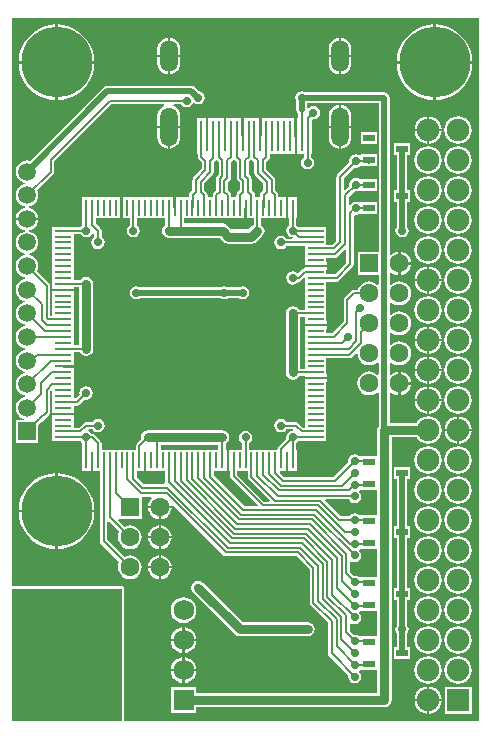
<source format=gtl>
G04*
G04 #@! TF.GenerationSoftware,Altium Limited,Altium Designer,19.1.9 (167)*
G04*
G04 Layer_Physical_Order=1*
G04 Layer_Color=255*
%FSLAX44Y44*%
%MOMM*%
G71*
G01*
G75*
%ADD14C,0.2000*%
%ADD32R,0.2800X2.6000*%
%ADD33R,0.2500X1.4000*%
%ADD34R,1.0000X0.6000*%
%ADD35R,1.4000X0.2500*%
%ADD36C,0.8000*%
%ADD37C,0.5000*%
%ADD38C,0.2032*%
%ADD39R,9.3000X11.3000*%
%ADD40R,1.9000X1.9000*%
%ADD41C,1.9000*%
%ADD42O,1.5000X3.3000*%
%ADD43O,1.5000X2.7000*%
%ADD44C,1.6000*%
%ADD45R,1.6000X1.6000*%
%ADD46C,1.5000*%
%ADD47R,1.5000X1.5000*%
%ADD48C,1.7500*%
%ADD49R,1.7500X1.7500*%
%ADD50R,4.0000X4.0000*%
%ADD51C,6.0000*%
%ADD52C,0.7000*%
G36*
X397961Y2039D02*
X97039D01*
Y115000D01*
X96884Y115780D01*
X96442Y116442D01*
X95780Y116884D01*
X95000Y117039D01*
X2039D01*
Y597961D01*
X397961D01*
Y2039D01*
D02*
G37*
%LPC*%
G36*
X281016Y580980D02*
Y566516D01*
X289614D01*
Y571500D01*
X289287Y573988D01*
X288326Y576307D01*
X286798Y578298D01*
X284807Y579826D01*
X282488Y580787D01*
X281016Y580980D01*
D02*
G37*
G36*
X136016D02*
Y566516D01*
X144614D01*
Y571500D01*
X144287Y573988D01*
X143326Y576307D01*
X141798Y578298D01*
X139807Y579826D01*
X137488Y580787D01*
X136016Y580980D01*
D02*
G37*
G36*
X278984D02*
X277512Y580787D01*
X275193Y579826D01*
X273202Y578298D01*
X271674Y576307D01*
X270713Y573988D01*
X270386Y571500D01*
Y566516D01*
X278984D01*
Y580980D01*
D02*
G37*
G36*
X133984D02*
X132512Y580787D01*
X130193Y579826D01*
X128202Y578298D01*
X126674Y576307D01*
X125713Y573988D01*
X125386Y571500D01*
Y566516D01*
X133984D01*
Y580980D01*
D02*
G37*
G36*
X361016Y592051D02*
Y561016D01*
X392051D01*
X391735Y565026D01*
X390558Y569929D01*
X388629Y574587D01*
X385995Y578886D01*
X382720Y582720D01*
X378886Y585995D01*
X374587Y588629D01*
X369929Y590558D01*
X365026Y591735D01*
X361016Y592051D01*
D02*
G37*
G36*
X358984D02*
X354974Y591735D01*
X350071Y590558D01*
X345413Y588629D01*
X341114Y585995D01*
X337280Y582720D01*
X334005Y578886D01*
X331371Y574587D01*
X329442Y569929D01*
X328265Y565026D01*
X327949Y561016D01*
X358984D01*
Y592051D01*
D02*
G37*
G36*
X41016D02*
Y561016D01*
X72051D01*
X71736Y565026D01*
X70558Y569929D01*
X68629Y574587D01*
X65995Y578886D01*
X62720Y582720D01*
X58886Y585995D01*
X54587Y588629D01*
X49929Y590558D01*
X45026Y591735D01*
X41016Y592051D01*
D02*
G37*
G36*
X38984D02*
X34974Y591735D01*
X30071Y590558D01*
X25413Y588629D01*
X21114Y585995D01*
X17280Y582720D01*
X14005Y578886D01*
X11371Y574587D01*
X9442Y569929D01*
X8264Y565026D01*
X7949Y561016D01*
X38984D01*
Y592051D01*
D02*
G37*
G36*
X289614Y564484D02*
X281016D01*
Y550019D01*
X282488Y550213D01*
X284807Y551174D01*
X286798Y552702D01*
X288326Y554693D01*
X289287Y557012D01*
X289614Y559500D01*
Y564484D01*
D02*
G37*
G36*
X144614D02*
X136016D01*
Y550019D01*
X137488Y550213D01*
X139807Y551174D01*
X141798Y552702D01*
X143326Y554693D01*
X144287Y557012D01*
X144614Y559500D01*
Y564484D01*
D02*
G37*
G36*
X278984D02*
X270386D01*
Y559500D01*
X270713Y557012D01*
X271674Y554693D01*
X273202Y552702D01*
X275193Y551174D01*
X277512Y550213D01*
X278984Y550019D01*
Y564484D01*
D02*
G37*
G36*
X133984D02*
X125386D01*
Y559500D01*
X125713Y557012D01*
X126674Y554693D01*
X128202Y552702D01*
X130193Y551174D01*
X132512Y550213D01*
X133984Y550019D01*
Y564484D01*
D02*
G37*
G36*
X392051Y558984D02*
X361016D01*
Y527949D01*
X365026Y528265D01*
X369929Y529442D01*
X374587Y531371D01*
X378886Y534005D01*
X382720Y537280D01*
X385995Y541114D01*
X388629Y545413D01*
X390558Y550071D01*
X391735Y554974D01*
X392051Y558984D01*
D02*
G37*
G36*
X358984D02*
X327949D01*
X328265Y554974D01*
X329442Y550071D01*
X331371Y545413D01*
X334005Y541114D01*
X337280Y537280D01*
X341114Y534005D01*
X345413Y531371D01*
X350071Y529442D01*
X354974Y528265D01*
X358984Y527949D01*
Y558984D01*
D02*
G37*
G36*
X72051D02*
X41016D01*
Y527949D01*
X45026Y528265D01*
X49929Y529442D01*
X54587Y531371D01*
X58886Y534005D01*
X62720Y537280D01*
X65995Y541114D01*
X68629Y545413D01*
X70558Y550071D01*
X71736Y554974D01*
X72051Y558984D01*
D02*
G37*
G36*
X38984D02*
X7949D01*
X8264Y554974D01*
X9442Y550071D01*
X11371Y545413D01*
X14005Y541114D01*
X17280Y537280D01*
X21114Y534005D01*
X25413Y531371D01*
X30071Y529442D01*
X34974Y528265D01*
X38984Y527949D01*
Y558984D01*
D02*
G37*
G36*
X153959Y540088D02*
X83000D01*
X81244Y539739D01*
X79756Y538744D01*
X17683Y476671D01*
X17480Y476755D01*
X15000Y477082D01*
X12520Y476755D01*
X10209Y475798D01*
X8224Y474275D01*
X6702Y472291D01*
X5745Y469980D01*
X5418Y467500D01*
X5745Y465020D01*
X6702Y462709D01*
X8224Y460724D01*
X10209Y459202D01*
X12520Y458245D01*
X13310Y458140D01*
Y456860D01*
X12520Y456755D01*
X10209Y455798D01*
X8224Y454275D01*
X6702Y452291D01*
X5745Y449980D01*
X5418Y447500D01*
X5745Y445020D01*
X6702Y442709D01*
X8224Y440724D01*
X10209Y439202D01*
X12520Y438245D01*
X13188Y438157D01*
Y436876D01*
X12512Y436787D01*
X10193Y435826D01*
X8202Y434298D01*
X6674Y432307D01*
X5713Y429988D01*
X5519Y428516D01*
X15000D01*
X24481D01*
X24287Y429988D01*
X23326Y432307D01*
X21798Y434298D01*
X19807Y435826D01*
X17488Y436787D01*
X16812Y436876D01*
Y438157D01*
X17480Y438245D01*
X19791Y439202D01*
X21775Y440724D01*
X23298Y442709D01*
X24255Y445020D01*
X24582Y447500D01*
X24255Y449980D01*
X23538Y451712D01*
X37163Y465337D01*
X37163Y465337D01*
X37826Y466329D01*
X38059Y467500D01*
X38059Y467500D01*
Y476233D01*
X86267Y524441D01*
X130773D01*
X131026Y523171D01*
X130193Y522826D01*
X128202Y521298D01*
X126674Y519307D01*
X125713Y516988D01*
X125386Y514500D01*
Y506516D01*
X135000D01*
X144614D01*
Y514500D01*
X144287Y516988D01*
X143326Y519307D01*
X141798Y521298D01*
X139807Y522826D01*
X138974Y523171D01*
X139227Y524441D01*
X145429D01*
X146035Y523535D01*
X147854Y522319D01*
X150000Y521892D01*
X152146Y522319D01*
X153965Y523535D01*
X155107Y525243D01*
X155260Y525374D01*
X156544Y525695D01*
X157854Y524819D01*
X160000Y524392D01*
X162146Y524819D01*
X163965Y526035D01*
X165181Y527854D01*
X165608Y530000D01*
X165181Y532146D01*
X163965Y533965D01*
X162146Y535181D01*
X160424Y535523D01*
X157203Y538744D01*
X155715Y539739D01*
X153959Y540088D01*
D02*
G37*
G36*
X241484Y512532D02*
X239068D01*
Y512500D01*
X215932D01*
Y512532D01*
X213516D01*
Y497500D01*
X211484D01*
Y512532D01*
X209068D01*
Y512500D01*
X200932D01*
Y512532D01*
X198516D01*
Y497500D01*
X196484D01*
Y512532D01*
X194068D01*
Y512500D01*
X185932D01*
Y512532D01*
X183516D01*
Y497500D01*
X181484D01*
Y512532D01*
X179068D01*
Y512500D01*
X170932D01*
Y512532D01*
X168516D01*
Y497500D01*
X166484D01*
Y512532D01*
X164068D01*
Y512500D01*
X159100D01*
Y482500D01*
X159441D01*
Y480152D01*
X159441Y480152D01*
X159674Y478981D01*
X160337Y477989D01*
X162877Y475449D01*
Y469703D01*
X155805Y462631D01*
X155142Y461638D01*
X154909Y460468D01*
X154909Y460468D01*
Y451735D01*
X153071Y449897D01*
X152408Y448904D01*
X152175Y447734D01*
X152175Y447734D01*
Y446000D01*
X143282D01*
Y446032D01*
X141016D01*
Y437000D01*
X138984D01*
Y446032D01*
X136718D01*
Y446000D01*
X98282D01*
Y446032D01*
X96016D01*
Y437000D01*
Y427968D01*
X98282D01*
Y428000D01*
X101941D01*
Y422071D01*
X101035Y421465D01*
X99819Y419646D01*
X99392Y417500D01*
X99819Y415354D01*
X101035Y413535D01*
X102854Y412319D01*
X105000Y411892D01*
X107146Y412319D01*
X108965Y413535D01*
X110181Y415354D01*
X110608Y417500D01*
X110181Y419646D01*
X108965Y421465D01*
X108059Y422071D01*
Y428000D01*
X131941D01*
Y422672D01*
X130674Y421826D01*
X129348Y419841D01*
X128882Y417500D01*
X129348Y415159D01*
X130674Y413174D01*
X132659Y411848D01*
X135000Y411382D01*
X152500D01*
X152500Y411382D01*
X177966D01*
X181174Y408174D01*
X183159Y406848D01*
X185500Y406382D01*
X205000D01*
X207341Y406848D01*
X209326Y408174D01*
X214326Y413174D01*
X215652Y415159D01*
X216117Y417500D01*
X215652Y419841D01*
X214326Y421826D01*
X213059Y422672D01*
Y428000D01*
X231718D01*
Y427968D01*
X233984D01*
Y437000D01*
Y446032D01*
X231718D01*
Y446000D01*
X227825D01*
Y447734D01*
X227592Y448905D01*
X226929Y449897D01*
X225091Y451735D01*
Y460468D01*
X224858Y461639D01*
X224195Y462631D01*
X224195Y462631D01*
X217591Y469235D01*
Y475765D01*
X219663Y477837D01*
X219663Y477837D01*
X220326Y478829D01*
X220559Y480000D01*
Y482500D01*
X239068D01*
Y482468D01*
X241484D01*
Y497500D01*
Y512532D01*
D02*
G37*
G36*
X281016Y523980D02*
Y506516D01*
X289614D01*
Y514500D01*
X289287Y516988D01*
X288326Y519307D01*
X286798Y521298D01*
X284807Y522826D01*
X282488Y523787D01*
X281016Y523980D01*
D02*
G37*
G36*
X278984D02*
X277512Y523787D01*
X275193Y522826D01*
X273202Y521298D01*
X271674Y519307D01*
X270713Y516988D01*
X270386Y514500D01*
Y506516D01*
X278984D01*
Y523980D01*
D02*
G37*
G36*
X355616Y514098D02*
Y503616D01*
X366098D01*
X365835Y505611D01*
X364673Y508416D01*
X362825Y510825D01*
X360416Y512673D01*
X357611Y513835D01*
X355616Y514098D01*
D02*
G37*
G36*
X353584D02*
X351590Y513835D01*
X348784Y512673D01*
X346375Y510825D01*
X344527Y508416D01*
X343365Y505611D01*
X343102Y503616D01*
X353584D01*
Y514098D01*
D02*
G37*
G36*
Y501584D02*
X343102D01*
X343365Y499590D01*
X344527Y496784D01*
X346375Y494375D01*
X348784Y492527D01*
X351590Y491365D01*
X353584Y491102D01*
Y501584D01*
D02*
G37*
G36*
X366098D02*
X355616D01*
Y491102D01*
X357611Y491365D01*
X360416Y492527D01*
X362825Y494375D01*
X364673Y496784D01*
X365835Y499590D01*
X366098Y501584D01*
D02*
G37*
G36*
X380000Y514199D02*
X376998Y513804D01*
X374200Y512645D01*
X371798Y510802D01*
X369955Y508400D01*
X368796Y505602D01*
X368401Y502600D01*
X368796Y499598D01*
X369955Y496800D01*
X371798Y494398D01*
X374200Y492555D01*
X376998Y491396D01*
X380000Y491001D01*
X383002Y491396D01*
X385800Y492555D01*
X388202Y494398D01*
X390045Y496800D01*
X391204Y499598D01*
X391599Y502600D01*
X391204Y505602D01*
X390045Y508400D01*
X388202Y510802D01*
X385800Y512645D01*
X383002Y513804D01*
X380000Y514199D01*
D02*
G37*
G36*
X311500Y501000D02*
X297500D01*
Y491000D01*
X311500D01*
Y501000D01*
D02*
G37*
G36*
X289614Y504484D02*
X281016D01*
Y487020D01*
X282488Y487213D01*
X284807Y488174D01*
X286798Y489702D01*
X288326Y491693D01*
X289287Y494012D01*
X289614Y496500D01*
Y504484D01*
D02*
G37*
G36*
X144614D02*
X136016D01*
Y487020D01*
X137488Y487213D01*
X139807Y488174D01*
X141798Y489702D01*
X143326Y491693D01*
X144287Y494012D01*
X144614Y496500D01*
Y504484D01*
D02*
G37*
G36*
X278984D02*
X270386D01*
Y496500D01*
X270713Y494012D01*
X271674Y491693D01*
X273202Y489702D01*
X275193Y488174D01*
X277512Y487213D01*
X278984Y487020D01*
Y504484D01*
D02*
G37*
G36*
X133984D02*
X125386D01*
Y496500D01*
X125713Y494012D01*
X126674Y491693D01*
X128202Y489702D01*
X130193Y488174D01*
X132512Y487213D01*
X133984Y487020D01*
Y504484D01*
D02*
G37*
G36*
X247500Y535608D02*
X245354Y535181D01*
X243535Y533965D01*
X242319Y532146D01*
X241892Y530000D01*
X242319Y527854D01*
X242912Y526967D01*
Y520000D01*
X243261Y518244D01*
X244256Y516756D01*
X244441Y516632D01*
Y512532D01*
X243516D01*
Y497500D01*
Y482468D01*
X245932D01*
Y482500D01*
X249441D01*
Y479571D01*
X248535Y478965D01*
X247319Y477146D01*
X246892Y475000D01*
X247319Y472854D01*
X248535Y471035D01*
X250354Y469819D01*
X252500Y469392D01*
X254646Y469819D01*
X256465Y471035D01*
X257681Y472854D01*
X258108Y475000D01*
X257681Y477146D01*
X256465Y478965D01*
X255559Y479571D01*
Y482500D01*
X255900D01*
Y511048D01*
X256997Y511992D01*
X257500Y511892D01*
X259646Y512319D01*
X261465Y513535D01*
X262681Y515354D01*
X263108Y517500D01*
X262681Y519646D01*
X261465Y521465D01*
X259646Y522681D01*
X257500Y523108D01*
X255354Y522681D01*
X253535Y521465D01*
X253358Y521201D01*
X252088Y521586D01*
Y525412D01*
X312802D01*
Y399800D01*
X294850D01*
Y379800D01*
X312802D01*
Y372458D01*
X311532Y371877D01*
X309893Y373135D01*
X307460Y374143D01*
X304850Y374486D01*
X302239Y374143D01*
X299807Y373135D01*
X297718Y371532D01*
X296115Y369443D01*
X295293Y367459D01*
X291400D01*
X291400Y367459D01*
X290229Y367226D01*
X289237Y366563D01*
X283837Y361163D01*
X283174Y360171D01*
X282941Y359000D01*
X282941Y359000D01*
Y340267D01*
X273233Y330559D01*
X268500D01*
Y334218D01*
X268532D01*
Y336484D01*
X259500D01*
X250468D01*
Y334218D01*
X250500D01*
Y329250D01*
Y324250D01*
Y319250D01*
Y314250D01*
Y309250D01*
Y304250D01*
Y300559D01*
X246117D01*
Y344441D01*
X250500D01*
Y344250D01*
Y340782D01*
X250468D01*
Y338516D01*
X259500D01*
X268532D01*
Y340782D01*
X268500D01*
Y354250D01*
Y364250D01*
Y374441D01*
X277000D01*
X277000Y374441D01*
X278171Y374674D01*
X279163Y375337D01*
X290663Y386837D01*
X290663Y386837D01*
X291326Y387830D01*
X291559Y389000D01*
Y430277D01*
X292540Y431083D01*
X293500Y430892D01*
X295646Y431319D01*
X296324Y431772D01*
X297500Y432000D01*
X297500Y432000D01*
X297500Y432000D01*
X311500D01*
Y442000D01*
X297500D01*
Y441969D01*
X296230Y441291D01*
X295646Y441681D01*
X293500Y442108D01*
X291354Y441681D01*
X289535Y440465D01*
X288829Y439409D01*
X287559Y439794D01*
Y446233D01*
X292431Y451105D01*
X293500Y450892D01*
X295646Y451319D01*
X296230Y451709D01*
X297500Y451031D01*
Y451000D01*
X311500D01*
Y461000D01*
X297500D01*
X297500Y461000D01*
Y461000D01*
X297500Y461000D01*
X296324Y461228D01*
X295646Y461681D01*
X293500Y462108D01*
X291354Y461681D01*
X289535Y460465D01*
X288319Y458646D01*
X287892Y456500D01*
X288105Y455431D01*
X284232Y451558D01*
X283059Y452044D01*
Y461733D01*
X292431Y471105D01*
X293500Y470892D01*
X295646Y471319D01*
X296324Y471772D01*
X297500Y472000D01*
X297500Y472000D01*
X297500Y472000D01*
X311500D01*
Y482000D01*
X297500D01*
Y481969D01*
X296230Y481291D01*
X295646Y481681D01*
X293500Y482108D01*
X291354Y481681D01*
X289535Y480465D01*
X288319Y478646D01*
X287892Y476500D01*
X288105Y475431D01*
X277837Y465163D01*
X277174Y464170D01*
X276941Y463000D01*
X276941Y463000D01*
Y408767D01*
X273733Y405559D01*
X268500D01*
Y409250D01*
Y420750D01*
X250500D01*
Y420559D01*
X244571D01*
X243965Y421465D01*
X243059Y422071D01*
Y428000D01*
X243250D01*
Y446000D01*
X238282D01*
Y446032D01*
X236016D01*
Y437000D01*
Y427968D01*
X236941D01*
Y422071D01*
X236035Y421465D01*
X234819Y419646D01*
X234392Y417500D01*
X234819Y415354D01*
X236035Y413535D01*
X237854Y412319D01*
X240000Y411892D01*
X240146Y411921D01*
X240222Y411829D01*
X239621Y410559D01*
X234571D01*
X233965Y411465D01*
X232146Y412681D01*
X230000Y413108D01*
X227854Y412681D01*
X226035Y411465D01*
X224819Y409646D01*
X224392Y407500D01*
X224819Y405354D01*
X226035Y403535D01*
X227854Y402319D01*
X230000Y401892D01*
X232146Y402319D01*
X233965Y403535D01*
X234571Y404441D01*
X250500D01*
Y399250D01*
Y390782D01*
X250468D01*
Y388516D01*
X259500D01*
X268532D01*
Y390782D01*
X268500D01*
Y394441D01*
X275657D01*
X275657Y394441D01*
X276827Y394674D01*
X277820Y395337D01*
X284268Y401785D01*
X285441Y401299D01*
Y390267D01*
X275733Y380559D01*
X268500D01*
Y384218D01*
X268532D01*
Y386484D01*
X259500D01*
X250468D01*
Y385559D01*
X250000D01*
X248829Y385326D01*
X247837Y384663D01*
X247837Y384663D01*
X244579Y381405D01*
X243965Y381465D01*
X242146Y382681D01*
X240000Y383108D01*
X237854Y382681D01*
X236035Y381465D01*
X234819Y379646D01*
X234392Y377500D01*
X234819Y375354D01*
X236035Y373535D01*
X237854Y372319D01*
X240000Y371892D01*
X242146Y372319D01*
X243965Y373535D01*
X244571Y374441D01*
X245000D01*
X245000Y374441D01*
X246171Y374674D01*
X247163Y375337D01*
X249327Y377501D01*
X250500Y377015D01*
Y369250D01*
Y359250D01*
Y350559D01*
X245172D01*
X244326Y351826D01*
X242341Y353152D01*
X240000Y353618D01*
X237659Y353152D01*
X235674Y351826D01*
X234348Y349841D01*
X233883Y347500D01*
Y297500D01*
X234348Y295159D01*
X235674Y293174D01*
X237659Y291848D01*
X240000Y291383D01*
X242341Y291848D01*
X244326Y293174D01*
X245172Y294441D01*
X250468D01*
Y293516D01*
X259500D01*
X268532D01*
Y295782D01*
X268500D01*
Y299250D01*
Y309441D01*
X287907D01*
X287907Y309441D01*
X289077Y309674D01*
X290070Y310337D01*
X293628Y313896D01*
X294806Y313277D01*
X295107Y310989D01*
X296115Y308557D01*
X297718Y306468D01*
X299807Y304865D01*
X302239Y303857D01*
X304850Y303514D01*
X307460Y303857D01*
X309893Y304865D01*
X311532Y306123D01*
X312802Y305542D01*
Y296258D01*
X311532Y295677D01*
X309893Y296935D01*
X307460Y297943D01*
X304850Y298286D01*
X302239Y297943D01*
X299807Y296935D01*
X297718Y295332D01*
X296115Y293243D01*
X295107Y290811D01*
X294764Y288200D01*
X295107Y285590D01*
X296115Y283157D01*
X297718Y281068D01*
X299807Y279465D01*
X302239Y278457D01*
X304850Y278114D01*
X307460Y278457D01*
X309893Y279465D01*
X311532Y280723D01*
X312802Y280142D01*
Y252369D01*
X311848Y250941D01*
X311382Y248600D01*
Y227000D01*
X297500D01*
X297500Y227000D01*
X296230Y226623D01*
X294646Y227681D01*
X292500Y228108D01*
X290354Y227681D01*
X288535Y226465D01*
X287319Y224646D01*
X286892Y222500D01*
X287105Y221431D01*
X274358Y208684D01*
X232892D01*
X228846Y212730D01*
X229372Y214000D01*
X231718D01*
Y213968D01*
X233984D01*
Y223000D01*
X236016D01*
Y213968D01*
X238282D01*
Y214000D01*
X243250D01*
Y232000D01*
X243059D01*
Y237929D01*
X243965Y238535D01*
X244571Y239441D01*
X245000D01*
X245000Y239441D01*
X245000Y239441D01*
X250500D01*
Y239250D01*
X268500D01*
Y249250D01*
Y259250D01*
Y269250D01*
Y279250D01*
Y289218D01*
X268532D01*
Y291484D01*
X259500D01*
X250468D01*
Y289218D01*
X250500D01*
Y279250D01*
Y269250D01*
Y259250D01*
Y250559D01*
X248767D01*
X244663Y254663D01*
X243671Y255326D01*
X242500Y255559D01*
X242500Y255559D01*
X234571D01*
X233965Y256465D01*
X232146Y257681D01*
X230000Y258108D01*
X227854Y257681D01*
X226035Y256465D01*
X224819Y254646D01*
X224392Y252500D01*
X224819Y250354D01*
X226035Y248535D01*
X227854Y247319D01*
X230000Y246892D01*
X232146Y247319D01*
X233965Y248535D01*
X234571Y249441D01*
X240337D01*
X240409Y249321D01*
X240266Y248899D01*
X239692Y248046D01*
X237854Y247681D01*
X236035Y246465D01*
X234819Y244646D01*
X234392Y242500D01*
X234605Y241431D01*
X227837Y234663D01*
X227174Y233671D01*
X226941Y232500D01*
X225864Y232000D01*
X203059D01*
Y237929D01*
X203965Y238535D01*
X205181Y240354D01*
X205608Y242500D01*
X205181Y244646D01*
X203965Y246465D01*
X202146Y247681D01*
X200000Y248108D01*
X197854Y247681D01*
X196035Y246465D01*
X194819Y244646D01*
X194392Y242500D01*
X194819Y240354D01*
X196035Y238535D01*
X196941Y237929D01*
Y232000D01*
X188282D01*
Y232032D01*
X186016D01*
Y223000D01*
Y213968D01*
X186941D01*
Y209750D01*
X186941Y209750D01*
X187174Y208580D01*
X187837Y207587D01*
X210192Y185232D01*
X209706Y184059D01*
X199365D01*
X173059Y210365D01*
Y214000D01*
X181718D01*
Y213968D01*
X183984D01*
Y223000D01*
Y232032D01*
X183059D01*
Y237328D01*
X184326Y238174D01*
X184326D01*
X185652Y240159D01*
X186117Y242500D01*
X185652Y244841D01*
X184326Y246826D01*
X182341Y248152D01*
X180000Y248617D01*
X117500D01*
X115159Y248152D01*
X113174Y246826D01*
X111848Y244841D01*
X111382Y242500D01*
X111680Y241005D01*
X107837Y237163D01*
X107174Y236171D01*
X106941Y235000D01*
X106941Y235000D01*
Y232000D01*
X78059D01*
Y237500D01*
X77826Y238671D01*
X77163Y239663D01*
X77163Y239663D01*
X72259Y244567D01*
X71267Y245230D01*
X70096Y245463D01*
X70096Y245463D01*
X69635D01*
X68965Y246465D01*
X67419Y247499D01*
X67020Y248582D01*
X66960Y249013D01*
X67278Y249441D01*
X70429D01*
X71035Y248535D01*
X72854Y247319D01*
X75000Y246892D01*
X77146Y247319D01*
X78965Y248535D01*
X80181Y250354D01*
X80608Y252500D01*
X80181Y254646D01*
X78965Y256465D01*
X77146Y257681D01*
X75000Y258108D01*
X72854Y257681D01*
X71035Y256465D01*
X70429Y255559D01*
X65000D01*
X65000Y255559D01*
X63829Y255326D01*
X62837Y254663D01*
X58733Y250559D01*
X54500D01*
Y259218D01*
X54532D01*
Y261484D01*
X45500D01*
X36468D01*
Y259218D01*
X36500D01*
Y249250D01*
Y239250D01*
X54500D01*
Y239441D01*
X60429D01*
X61035Y238535D01*
X61941Y237929D01*
Y232000D01*
X61750D01*
Y214000D01*
X66718D01*
Y213968D01*
X68984D01*
Y223000D01*
X71016D01*
Y213968D01*
X73282D01*
Y214000D01*
X76941D01*
Y154600D01*
X76941Y154600D01*
X77174Y153429D01*
X77837Y152437D01*
X93179Y137095D01*
X92357Y135111D01*
X92014Y132500D01*
X92357Y129889D01*
X93365Y127457D01*
X94968Y125368D01*
X97057Y123765D01*
X99489Y122757D01*
X102100Y122414D01*
X104711Y122757D01*
X107143Y123765D01*
X109232Y125368D01*
X110835Y127457D01*
X111843Y129889D01*
X112186Y132500D01*
X111843Y135111D01*
X110835Y137543D01*
X109232Y139632D01*
X107143Y141235D01*
X104711Y142243D01*
X102100Y142586D01*
X99489Y142243D01*
X97505Y141421D01*
X83059Y155867D01*
Y170956D01*
X84232Y171442D01*
X93179Y162495D01*
X92357Y160511D01*
X92014Y157900D01*
X92357Y155289D01*
X93365Y152857D01*
X94968Y150768D01*
X97057Y149165D01*
X99489Y148157D01*
X102100Y147814D01*
X104711Y148157D01*
X107143Y149165D01*
X109232Y150768D01*
X110835Y152857D01*
X111843Y155289D01*
X112186Y157900D01*
X111843Y160511D01*
X110835Y162943D01*
X109232Y165032D01*
X107143Y166635D01*
X104711Y167643D01*
X102100Y167986D01*
X99489Y167643D01*
X97505Y166821D01*
X92296Y172030D01*
X92822Y173300D01*
X93071Y173300D01*
X112100D01*
Y191941D01*
X120307D01*
X120715Y190739D01*
X120345Y190455D01*
X118737Y188359D01*
X117726Y185919D01*
X117515Y184316D01*
X127500D01*
X137485D01*
X137445Y184620D01*
X138648Y185213D01*
X181023Y142837D01*
X182016Y142174D01*
X183186Y141941D01*
X243012D01*
X254191Y130762D01*
Y102469D01*
X254191Y102469D01*
X254424Y101298D01*
X255087Y100306D01*
X269941Y85452D01*
Y59500D01*
X269941Y59500D01*
X270174Y58329D01*
X270837Y57337D01*
X287105Y41069D01*
X286892Y40000D01*
X287319Y37854D01*
X288535Y36035D01*
X290354Y34819D01*
X292500Y34392D01*
X294646Y34819D01*
X296465Y36035D01*
X297681Y37854D01*
X298108Y40000D01*
X297681Y42146D01*
X296465Y43965D01*
X296738Y45310D01*
X297137Y45608D01*
X297500Y45500D01*
Y45500D01*
X311382D01*
Y26118D01*
X158250Y26118D01*
Y30750D01*
X136750D01*
Y9250D01*
X158250D01*
Y13882D01*
X317500Y13882D01*
X319841Y14348D01*
X321826Y15674D01*
X323152Y17659D01*
X323618Y20000D01*
Y242482D01*
X344799D01*
X346398Y240398D01*
X348800Y238555D01*
X351598Y237396D01*
X354600Y237001D01*
X357602Y237396D01*
X360400Y238555D01*
X362802Y240398D01*
X364645Y242800D01*
X365804Y245598D01*
X366199Y248600D01*
X365804Y251602D01*
X364645Y254400D01*
X362802Y256802D01*
X360400Y258645D01*
X357602Y259804D01*
X354600Y260199D01*
X351598Y259804D01*
X348800Y258645D01*
X346398Y256802D01*
X344799Y254718D01*
X321979D01*
Y280632D01*
X323249Y280927D01*
X325191Y279437D01*
X327631Y278426D01*
X329234Y278215D01*
Y288200D01*
Y298185D01*
X327631Y297974D01*
X325191Y296963D01*
X323249Y295473D01*
X321979Y295768D01*
Y306081D01*
X322085Y306117D01*
X323249Y306367D01*
X325207Y304865D01*
X327640Y303857D01*
X330250Y303514D01*
X332860Y303857D01*
X335293Y304865D01*
X337382Y306468D01*
X338985Y308557D01*
X339993Y310989D01*
X340336Y313600D01*
X339993Y316210D01*
X338985Y318643D01*
X337382Y320732D01*
X335293Y322335D01*
X332860Y323343D01*
X330250Y323686D01*
X327640Y323343D01*
X325207Y322335D01*
X323249Y320832D01*
X322085Y321083D01*
X321979Y321119D01*
Y331481D01*
X322085Y331517D01*
X323249Y331768D01*
X325207Y330265D01*
X327640Y329257D01*
X330250Y328914D01*
X332860Y329257D01*
X335293Y330265D01*
X337382Y331868D01*
X338985Y333957D01*
X339993Y336390D01*
X340336Y339000D01*
X339993Y341610D01*
X338985Y344043D01*
X337382Y346132D01*
X335293Y347735D01*
X332860Y348743D01*
X330250Y349086D01*
X327640Y348743D01*
X325207Y347735D01*
X323249Y346232D01*
X322085Y346483D01*
X321979Y346519D01*
Y356881D01*
X322085Y356917D01*
X323249Y357168D01*
X325207Y355665D01*
X327640Y354657D01*
X330250Y354314D01*
X332860Y354657D01*
X335293Y355665D01*
X337382Y357268D01*
X338985Y359357D01*
X339993Y361790D01*
X340336Y364400D01*
X339993Y367010D01*
X338985Y369443D01*
X337382Y371532D01*
X335293Y373135D01*
X332860Y374143D01*
X330250Y374486D01*
X327640Y374143D01*
X325207Y373135D01*
X323249Y371632D01*
X322085Y371883D01*
X321979Y371919D01*
Y382232D01*
X323249Y382527D01*
X325191Y381037D01*
X327631Y380026D01*
X329234Y379815D01*
Y389800D01*
Y399785D01*
X327631Y399574D01*
X325191Y398563D01*
X323249Y397073D01*
X321979Y397368D01*
Y530000D01*
X321629Y531756D01*
X320635Y533244D01*
X319146Y534239D01*
X317391Y534588D01*
X250533D01*
X249646Y535181D01*
X247500Y535608D01*
D02*
G37*
G36*
X380000Y488799D02*
X376998Y488404D01*
X374200Y487245D01*
X371798Y485402D01*
X369955Y483000D01*
X368796Y480202D01*
X368401Y477200D01*
X368796Y474198D01*
X369955Y471400D01*
X371798Y468998D01*
X374200Y467155D01*
X376998Y465996D01*
X380000Y465601D01*
X383002Y465996D01*
X385800Y467155D01*
X388202Y468998D01*
X390045Y471400D01*
X391204Y474198D01*
X391599Y477200D01*
X391204Y480202D01*
X390045Y483000D01*
X388202Y485402D01*
X385800Y487245D01*
X383002Y488404D01*
X380000Y488799D01*
D02*
G37*
G36*
X354600D02*
X351598Y488404D01*
X348800Y487245D01*
X346398Y485402D01*
X344555Y483000D01*
X343396Y480202D01*
X343001Y477200D01*
X343396Y474198D01*
X344555Y471400D01*
X346398Y468998D01*
X348800Y467155D01*
X351598Y465996D01*
X354600Y465601D01*
X357602Y465996D01*
X360400Y467155D01*
X362802Y468998D01*
X364645Y471400D01*
X365804Y474198D01*
X366199Y477200D01*
X365804Y480202D01*
X364645Y483000D01*
X362802Y485402D01*
X360400Y487245D01*
X357602Y488404D01*
X354600Y488799D01*
D02*
G37*
G36*
X380000Y463399D02*
X376998Y463004D01*
X374200Y461845D01*
X371798Y460002D01*
X369955Y457600D01*
X368796Y454802D01*
X368401Y451800D01*
X368796Y448798D01*
X369955Y446000D01*
X371798Y443598D01*
X374200Y441755D01*
X376998Y440596D01*
X380000Y440201D01*
X383002Y440596D01*
X385800Y441755D01*
X388202Y443598D01*
X390045Y446000D01*
X391204Y448798D01*
X391599Y451800D01*
X391204Y454802D01*
X390045Y457600D01*
X388202Y460002D01*
X385800Y461845D01*
X383002Y463004D01*
X380000Y463399D01*
D02*
G37*
G36*
X354600D02*
X351598Y463004D01*
X348800Y461845D01*
X346398Y460002D01*
X344555Y457600D01*
X343396Y454802D01*
X343001Y451800D01*
X343396Y448798D01*
X344555Y446000D01*
X346398Y443598D01*
X348800Y441755D01*
X351598Y440596D01*
X354600Y440201D01*
X357602Y440596D01*
X360400Y441755D01*
X362802Y443598D01*
X364645Y446000D01*
X365804Y448798D01*
X366199Y451800D01*
X365804Y454802D01*
X364645Y457600D01*
X362802Y460002D01*
X360400Y461845D01*
X357602Y463004D01*
X354600Y463399D01*
D02*
G37*
G36*
X93984Y446032D02*
X91718D01*
Y446000D01*
X61750D01*
Y428000D01*
X61941D01*
Y422071D01*
X61035Y421465D01*
X60429Y420559D01*
X54500D01*
Y420750D01*
X36500D01*
Y409250D01*
Y399250D01*
Y389250D01*
Y379250D01*
Y370782D01*
X36468D01*
Y368516D01*
X45500D01*
X54532D01*
Y369441D01*
X58882D01*
Y320559D01*
X54500D01*
Y324250D01*
Y329250D01*
Y334250D01*
Y339250D01*
Y344250D01*
Y349250D01*
Y354250D01*
Y359250D01*
Y364218D01*
X54532D01*
Y366484D01*
X45500D01*
X36468D01*
Y364218D01*
X36500D01*
Y354250D01*
Y345559D01*
X34809D01*
Y370750D01*
X34809Y370750D01*
X34576Y371921D01*
X33913Y372913D01*
X33913Y372913D01*
X23538Y383288D01*
X24255Y385020D01*
X24582Y387500D01*
X24255Y389980D01*
X23298Y392291D01*
X21775Y394276D01*
X19791Y395798D01*
X17480Y396755D01*
X16689Y396860D01*
Y398140D01*
X17480Y398245D01*
X19791Y399202D01*
X21775Y400725D01*
X23298Y402709D01*
X24255Y405020D01*
X24582Y407500D01*
X24255Y409980D01*
X23298Y412291D01*
X21775Y414276D01*
X19791Y415798D01*
X17480Y416755D01*
X16812Y416843D01*
Y418124D01*
X17488Y418213D01*
X19807Y419174D01*
X21798Y420702D01*
X23326Y422693D01*
X24287Y425012D01*
X24480Y426484D01*
X15000D01*
X5519D01*
X5713Y425012D01*
X6674Y422693D01*
X8202Y420702D01*
X10193Y419174D01*
X12512Y418213D01*
X13188Y418124D01*
Y416843D01*
X12520Y416755D01*
X10209Y415798D01*
X8224Y414276D01*
X6702Y412291D01*
X5745Y409980D01*
X5418Y407500D01*
X5745Y405020D01*
X6702Y402709D01*
X8224Y400725D01*
X10209Y399202D01*
X12520Y398245D01*
X13311Y398140D01*
Y396860D01*
X12520Y396755D01*
X10209Y395798D01*
X8224Y394276D01*
X6702Y392291D01*
X5745Y389980D01*
X5418Y387500D01*
X5745Y385020D01*
X6702Y382709D01*
X8224Y380725D01*
X10209Y379202D01*
X12520Y378245D01*
X13311Y378140D01*
Y376860D01*
X12520Y376755D01*
X10209Y375798D01*
X8224Y374276D01*
X6702Y372291D01*
X5745Y369980D01*
X5418Y367500D01*
X5745Y365020D01*
X6702Y362709D01*
X8224Y360725D01*
X10209Y359202D01*
X12520Y358245D01*
X13311Y358140D01*
Y356860D01*
X12520Y356755D01*
X10209Y355798D01*
X8224Y354276D01*
X6702Y352291D01*
X5745Y349980D01*
X5418Y347500D01*
X5745Y345020D01*
X6702Y342709D01*
X8224Y340725D01*
X10209Y339202D01*
X12520Y338245D01*
X13311Y338140D01*
Y336860D01*
X12520Y336755D01*
X10209Y335798D01*
X8224Y334276D01*
X6702Y332291D01*
X5745Y329980D01*
X5418Y327500D01*
X5745Y325020D01*
X6702Y322709D01*
X8224Y320725D01*
X10209Y319202D01*
X12520Y318245D01*
X13311Y318141D01*
Y316859D01*
X12520Y316755D01*
X10209Y315798D01*
X8224Y314275D01*
X6702Y312291D01*
X5745Y309980D01*
X5418Y307500D01*
X5745Y305020D01*
X6702Y302709D01*
X8224Y300725D01*
X10209Y299202D01*
X12520Y298244D01*
X13311Y298141D01*
Y296859D01*
X12520Y296755D01*
X10209Y295798D01*
X8224Y294275D01*
X6702Y292291D01*
X5745Y289980D01*
X5418Y287500D01*
X5745Y285020D01*
X6702Y282709D01*
X8224Y280725D01*
X10209Y279202D01*
X12520Y278244D01*
X13311Y278141D01*
Y276859D01*
X12520Y276755D01*
X10209Y275798D01*
X8224Y274275D01*
X6702Y272291D01*
X5745Y269980D01*
X5418Y267500D01*
X5745Y265020D01*
X6702Y262709D01*
X8224Y260725D01*
X10209Y259202D01*
X12520Y258244D01*
X12329Y257000D01*
X5500D01*
Y238000D01*
X24500D01*
Y252674D01*
X27413Y255587D01*
X27413Y255587D01*
X33663Y261837D01*
X33663Y261837D01*
X34326Y262829D01*
X34559Y264000D01*
X34559Y264000D01*
Y281360D01*
X35315Y281970D01*
X36500Y281452D01*
Y274250D01*
Y265782D01*
X36468D01*
Y263516D01*
X45500D01*
X54532D01*
Y265782D01*
X54500D01*
Y269441D01*
X57500D01*
X57500Y269441D01*
X58671Y269674D01*
X59663Y270337D01*
X63931Y274605D01*
X65000Y274392D01*
X67146Y274819D01*
X68965Y276035D01*
X70181Y277854D01*
X70608Y280000D01*
X70181Y282146D01*
X68965Y283965D01*
X67146Y285181D01*
X65000Y285608D01*
X62854Y285181D01*
X61035Y283965D01*
X59819Y282146D01*
X59392Y280000D01*
X59605Y278931D01*
X56233Y275559D01*
X54500D01*
Y289250D01*
Y299218D01*
X54532D01*
Y301484D01*
X45500D01*
Y303516D01*
X54532D01*
Y305782D01*
X54500D01*
Y314441D01*
X59828D01*
X60674Y313174D01*
X62659Y311848D01*
X65000Y311383D01*
X67341Y311848D01*
X69326Y313174D01*
X70652Y315159D01*
X71118Y317500D01*
Y372500D01*
X70652Y374841D01*
X69326Y376826D01*
X67341Y378152D01*
X65000Y378618D01*
X62659Y378152D01*
X60674Y376826D01*
X59828Y375559D01*
X54500D01*
Y384250D01*
Y394250D01*
Y404250D01*
Y414441D01*
X60429D01*
X61035Y413535D01*
X62854Y412319D01*
X65000Y411892D01*
X67146Y412319D01*
X68965Y413535D01*
X69999Y415081D01*
X71082Y415480D01*
X71513Y415540D01*
X71941Y415222D01*
Y412071D01*
X71035Y411465D01*
X69819Y409646D01*
X69392Y407500D01*
X69819Y405354D01*
X71035Y403535D01*
X72854Y402319D01*
X75000Y401892D01*
X77146Y402319D01*
X78965Y403535D01*
X80181Y405354D01*
X80608Y407500D01*
X80181Y409646D01*
X78965Y411465D01*
X78059Y412071D01*
Y417500D01*
X77826Y418671D01*
X77163Y419663D01*
X77163Y419663D01*
X73059Y423767D01*
Y428000D01*
X91718D01*
Y427968D01*
X93984D01*
Y437000D01*
Y446032D01*
D02*
G37*
G36*
X380000Y437999D02*
X376998Y437604D01*
X374200Y436445D01*
X371798Y434602D01*
X369955Y432200D01*
X368796Y429402D01*
X368401Y426400D01*
X368796Y423398D01*
X369955Y420600D01*
X371798Y418198D01*
X374200Y416355D01*
X376998Y415196D01*
X380000Y414801D01*
X383002Y415196D01*
X385800Y416355D01*
X388202Y418198D01*
X390045Y420600D01*
X391204Y423398D01*
X391599Y426400D01*
X391204Y429402D01*
X390045Y432200D01*
X388202Y434602D01*
X385800Y436445D01*
X383002Y437604D01*
X380000Y437999D01*
D02*
G37*
G36*
X354600D02*
X351598Y437604D01*
X348800Y436445D01*
X346398Y434602D01*
X344555Y432200D01*
X343396Y429402D01*
X343001Y426400D01*
X343396Y423398D01*
X344555Y420600D01*
X346398Y418198D01*
X348800Y416355D01*
X351598Y415196D01*
X354600Y414801D01*
X357602Y415196D01*
X360400Y416355D01*
X362802Y418198D01*
X364645Y420600D01*
X365804Y423398D01*
X366199Y426400D01*
X365804Y429402D01*
X364645Y432200D01*
X362802Y434602D01*
X360400Y436445D01*
X357602Y437604D01*
X354600Y437999D01*
D02*
G37*
G36*
X339500Y491500D02*
X325500D01*
Y481500D01*
X327912D01*
Y451500D01*
X325500D01*
Y441500D01*
X327912D01*
Y420533D01*
X327319Y419646D01*
X326892Y417500D01*
X327319Y415354D01*
X328535Y413535D01*
X330354Y412319D01*
X332500Y411892D01*
X334646Y412319D01*
X336465Y413535D01*
X337681Y415354D01*
X338108Y417500D01*
X337681Y419646D01*
X337088Y420533D01*
Y441500D01*
X339500D01*
Y451500D01*
X337088D01*
Y481500D01*
X339500D01*
Y491500D01*
D02*
G37*
G36*
X331266Y399785D02*
Y390816D01*
X340235D01*
X340024Y392419D01*
X339013Y394859D01*
X337405Y396955D01*
X335309Y398563D01*
X332869Y399574D01*
X331266Y399785D01*
D02*
G37*
G36*
X380000Y412599D02*
X376998Y412204D01*
X374200Y411045D01*
X371798Y409202D01*
X369955Y406800D01*
X368796Y404002D01*
X368401Y401000D01*
X368796Y397998D01*
X369955Y395200D01*
X371798Y392798D01*
X374200Y390955D01*
X376998Y389796D01*
X380000Y389401D01*
X383002Y389796D01*
X385800Y390955D01*
X388202Y392798D01*
X390045Y395200D01*
X391204Y397998D01*
X391599Y401000D01*
X391204Y404002D01*
X390045Y406800D01*
X388202Y409202D01*
X385800Y411045D01*
X383002Y412204D01*
X380000Y412599D01*
D02*
G37*
G36*
X354600D02*
X351598Y412204D01*
X348800Y411045D01*
X346398Y409202D01*
X344555Y406800D01*
X343396Y404002D01*
X343001Y401000D01*
X343396Y397998D01*
X344555Y395200D01*
X346398Y392798D01*
X348800Y390955D01*
X351598Y389796D01*
X354600Y389401D01*
X357602Y389796D01*
X360400Y390955D01*
X362802Y392798D01*
X364645Y395200D01*
X365804Y397998D01*
X366199Y401000D01*
X365804Y404002D01*
X364645Y406800D01*
X362802Y409202D01*
X360400Y411045D01*
X357602Y412204D01*
X354600Y412599D01*
D02*
G37*
G36*
X340235Y388784D02*
X331266D01*
Y379815D01*
X332869Y380026D01*
X335309Y381037D01*
X337405Y382645D01*
X339013Y384741D01*
X340024Y387181D01*
X340235Y388784D01*
D02*
G37*
G36*
X355616Y387098D02*
Y376616D01*
X366098D01*
X365835Y378610D01*
X364673Y381416D01*
X362825Y383825D01*
X360416Y385673D01*
X357611Y386835D01*
X355616Y387098D01*
D02*
G37*
G36*
X353584D02*
X351590Y386835D01*
X348784Y385673D01*
X346375Y383825D01*
X344527Y381416D01*
X343365Y378610D01*
X343102Y376616D01*
X353584D01*
Y387098D01*
D02*
G37*
G36*
X197500Y370608D02*
X195354Y370181D01*
X194467Y369588D01*
X185033D01*
X184146Y370181D01*
X182000Y370608D01*
X179854Y370181D01*
X178967Y369588D01*
X110533D01*
X109646Y370181D01*
X107500Y370608D01*
X105354Y370181D01*
X103535Y368965D01*
X102319Y367146D01*
X101892Y365000D01*
X102319Y362854D01*
X103535Y361035D01*
X105354Y359819D01*
X107500Y359392D01*
X109646Y359819D01*
X110533Y360412D01*
X178967D01*
X179854Y359819D01*
X182000Y359392D01*
X184146Y359819D01*
X185033Y360412D01*
X194467D01*
X195354Y359819D01*
X197500Y359392D01*
X199646Y359819D01*
X201465Y361035D01*
X202681Y362854D01*
X203108Y365000D01*
X202681Y367146D01*
X201465Y368965D01*
X199646Y370181D01*
X197500Y370608D01*
D02*
G37*
G36*
X353584Y374584D02*
X343102D01*
X343365Y372590D01*
X344527Y369784D01*
X346375Y367375D01*
X348784Y365527D01*
X351590Y364365D01*
X353584Y364102D01*
Y374584D01*
D02*
G37*
G36*
X366098D02*
X355616D01*
Y364102D01*
X357611Y364365D01*
X360416Y365527D01*
X362825Y367375D01*
X364673Y369784D01*
X365835Y372590D01*
X366098Y374584D01*
D02*
G37*
G36*
X380000Y387199D02*
X376998Y386804D01*
X374200Y385645D01*
X371798Y383802D01*
X369955Y381400D01*
X368796Y378602D01*
X368401Y375600D01*
X368796Y372598D01*
X369955Y369800D01*
X371798Y367398D01*
X374200Y365555D01*
X376998Y364396D01*
X380000Y364001D01*
X383002Y364396D01*
X385800Y365555D01*
X388202Y367398D01*
X390045Y369800D01*
X391204Y372598D01*
X391599Y375600D01*
X391204Y378602D01*
X390045Y381400D01*
X388202Y383802D01*
X385800Y385645D01*
X383002Y386804D01*
X380000Y387199D01*
D02*
G37*
G36*
Y361799D02*
X376998Y361404D01*
X374200Y360245D01*
X371798Y358402D01*
X369955Y356000D01*
X368796Y353202D01*
X368401Y350200D01*
X368796Y347198D01*
X369955Y344400D01*
X371798Y341998D01*
X374200Y340155D01*
X376998Y338996D01*
X380000Y338601D01*
X383002Y338996D01*
X385800Y340155D01*
X388202Y341998D01*
X390045Y344400D01*
X391204Y347198D01*
X391599Y350200D01*
X391204Y353202D01*
X390045Y356000D01*
X388202Y358402D01*
X385800Y360245D01*
X383002Y361404D01*
X380000Y361799D01*
D02*
G37*
G36*
X354600D02*
X351598Y361404D01*
X348800Y360245D01*
X346398Y358402D01*
X344555Y356000D01*
X343396Y353202D01*
X343001Y350200D01*
X343396Y347198D01*
X344555Y344400D01*
X346398Y341998D01*
X348800Y340155D01*
X351598Y338996D01*
X354600Y338601D01*
X357602Y338996D01*
X360400Y340155D01*
X362802Y341998D01*
X364645Y344400D01*
X365804Y347198D01*
X366199Y350200D01*
X365804Y353202D01*
X364645Y356000D01*
X362802Y358402D01*
X360400Y360245D01*
X357602Y361404D01*
X354600Y361799D01*
D02*
G37*
G36*
X355616Y336298D02*
Y325816D01*
X366098D01*
X365835Y327811D01*
X364673Y330616D01*
X362825Y333025D01*
X360416Y334873D01*
X357611Y336035D01*
X355616Y336298D01*
D02*
G37*
G36*
X353584D02*
X351590Y336035D01*
X348784Y334873D01*
X346375Y333025D01*
X344527Y330616D01*
X343365Y327811D01*
X343102Y325816D01*
X353584D01*
Y336298D01*
D02*
G37*
G36*
Y323784D02*
X343102D01*
X343365Y321790D01*
X344527Y318984D01*
X346375Y316575D01*
X348784Y314727D01*
X351590Y313565D01*
X353584Y313302D01*
Y323784D01*
D02*
G37*
G36*
X366098D02*
X355616D01*
Y313302D01*
X357611Y313565D01*
X360416Y314727D01*
X362825Y316575D01*
X364673Y318984D01*
X365835Y321790D01*
X366098Y323784D01*
D02*
G37*
G36*
X380000Y336399D02*
X376998Y336004D01*
X374200Y334845D01*
X371798Y333002D01*
X369955Y330600D01*
X368796Y327802D01*
X368401Y324800D01*
X368796Y321798D01*
X369955Y319000D01*
X371798Y316598D01*
X374200Y314755D01*
X376998Y313596D01*
X380000Y313201D01*
X383002Y313596D01*
X385800Y314755D01*
X388202Y316598D01*
X390045Y319000D01*
X391204Y321798D01*
X391599Y324800D01*
X391204Y327802D01*
X390045Y330600D01*
X388202Y333002D01*
X385800Y334845D01*
X383002Y336004D01*
X380000Y336399D01*
D02*
G37*
G36*
X355616Y310898D02*
Y300416D01*
X366098D01*
X365835Y302411D01*
X364673Y305216D01*
X362825Y307625D01*
X360416Y309473D01*
X357611Y310635D01*
X355616Y310898D01*
D02*
G37*
G36*
X353584D02*
X351590Y310635D01*
X348784Y309473D01*
X346375Y307625D01*
X344527Y305216D01*
X343365Y302411D01*
X343102Y300416D01*
X353584D01*
Y310898D01*
D02*
G37*
G36*
X331266Y298185D02*
Y289216D01*
X340235D01*
X340024Y290819D01*
X339013Y293259D01*
X337405Y295355D01*
X335309Y296963D01*
X332869Y297974D01*
X331266Y298185D01*
D02*
G37*
G36*
X353584Y298384D02*
X343102D01*
X343365Y296390D01*
X344527Y293584D01*
X346375Y291175D01*
X348784Y289327D01*
X351590Y288165D01*
X353584Y287902D01*
Y298384D01*
D02*
G37*
G36*
X366098D02*
X355616D01*
Y287902D01*
X357611Y288165D01*
X360416Y289327D01*
X362825Y291175D01*
X364673Y293584D01*
X365835Y296390D01*
X366098Y298384D01*
D02*
G37*
G36*
X380000Y310999D02*
X376998Y310604D01*
X374200Y309445D01*
X371798Y307602D01*
X369955Y305200D01*
X368796Y302402D01*
X368401Y299400D01*
X368796Y296398D01*
X369955Y293600D01*
X371798Y291198D01*
X374200Y289355D01*
X376998Y288196D01*
X380000Y287801D01*
X383002Y288196D01*
X385800Y289355D01*
X388202Y291198D01*
X390045Y293600D01*
X391204Y296398D01*
X391599Y299400D01*
X391204Y302402D01*
X390045Y305200D01*
X388202Y307602D01*
X385800Y309445D01*
X383002Y310604D01*
X380000Y310999D01*
D02*
G37*
G36*
X340235Y287184D02*
X331266D01*
Y278215D01*
X332869Y278426D01*
X335309Y279437D01*
X337405Y281045D01*
X339013Y283141D01*
X340024Y285581D01*
X340235Y287184D01*
D02*
G37*
G36*
X355616Y285498D02*
Y275016D01*
X366098D01*
X365835Y277010D01*
X364673Y279816D01*
X362825Y282225D01*
X360416Y284073D01*
X357611Y285235D01*
X355616Y285498D01*
D02*
G37*
G36*
X353584D02*
X351590Y285235D01*
X348784Y284073D01*
X346375Y282225D01*
X344527Y279816D01*
X343365Y277010D01*
X343102Y275016D01*
X353584D01*
Y285498D01*
D02*
G37*
G36*
Y272984D02*
X343102D01*
X343365Y270990D01*
X344527Y268184D01*
X346375Y265775D01*
X348784Y263927D01*
X351590Y262765D01*
X353584Y262502D01*
Y272984D01*
D02*
G37*
G36*
X366098D02*
X355616D01*
Y262502D01*
X357611Y262765D01*
X360416Y263927D01*
X362825Y265775D01*
X364673Y268184D01*
X365835Y270990D01*
X366098Y272984D01*
D02*
G37*
G36*
X380000Y285599D02*
X376998Y285204D01*
X374200Y284045D01*
X371798Y282202D01*
X369955Y279800D01*
X368796Y277002D01*
X368401Y274000D01*
X368796Y270998D01*
X369955Y268200D01*
X371798Y265798D01*
X374200Y263955D01*
X376998Y262796D01*
X380000Y262401D01*
X383002Y262796D01*
X385800Y263955D01*
X388202Y265798D01*
X390045Y268200D01*
X391204Y270998D01*
X391599Y274000D01*
X391204Y277002D01*
X390045Y279800D01*
X388202Y282202D01*
X385800Y284045D01*
X383002Y285204D01*
X380000Y285599D01*
D02*
G37*
G36*
X381016Y260098D02*
Y249616D01*
X391498D01*
X391235Y251611D01*
X390073Y254416D01*
X388225Y256825D01*
X385816Y258673D01*
X383010Y259835D01*
X381016Y260098D01*
D02*
G37*
G36*
X378984D02*
X376990Y259835D01*
X374184Y258673D01*
X371775Y256825D01*
X369927Y254416D01*
X368765Y251611D01*
X368502Y249616D01*
X378984D01*
Y260098D01*
D02*
G37*
G36*
Y247584D02*
X368502D01*
X368765Y245590D01*
X369927Y242784D01*
X371775Y240375D01*
X374184Y238527D01*
X376990Y237365D01*
X378984Y237102D01*
Y247584D01*
D02*
G37*
G36*
X391498D02*
X381016D01*
Y237102D01*
X383010Y237365D01*
X385816Y238527D01*
X388225Y240375D01*
X390073Y242784D01*
X391235Y245590D01*
X391498Y247584D01*
D02*
G37*
G36*
X380000Y234799D02*
X376998Y234404D01*
X374200Y233245D01*
X371798Y231402D01*
X369955Y229000D01*
X368796Y226202D01*
X368401Y223200D01*
X368796Y220198D01*
X369955Y217400D01*
X371798Y214998D01*
X374200Y213155D01*
X376998Y211996D01*
X380000Y211601D01*
X383002Y211996D01*
X385800Y213155D01*
X388202Y214998D01*
X390045Y217400D01*
X391204Y220198D01*
X391599Y223200D01*
X391204Y226202D01*
X390045Y229000D01*
X388202Y231402D01*
X385800Y233245D01*
X383002Y234404D01*
X380000Y234799D01*
D02*
G37*
G36*
X354600D02*
X351598Y234404D01*
X348800Y233245D01*
X346398Y231402D01*
X344555Y229000D01*
X343396Y226202D01*
X343001Y223200D01*
X343396Y220198D01*
X344555Y217400D01*
X346398Y214998D01*
X348800Y213155D01*
X351598Y211996D01*
X354600Y211601D01*
X357602Y211996D01*
X360400Y213155D01*
X362802Y214998D01*
X364645Y217400D01*
X365804Y220198D01*
X366199Y223200D01*
X365804Y226202D01*
X364645Y229000D01*
X362802Y231402D01*
X360400Y233245D01*
X357602Y234404D01*
X354600Y234799D01*
D02*
G37*
G36*
X380000Y209399D02*
X376998Y209004D01*
X374200Y207845D01*
X371798Y206002D01*
X369955Y203600D01*
X368796Y200802D01*
X368401Y197800D01*
X368796Y194798D01*
X369955Y192000D01*
X371798Y189598D01*
X374200Y187755D01*
X376998Y186596D01*
X380000Y186201D01*
X383002Y186596D01*
X385800Y187755D01*
X388202Y189598D01*
X390045Y192000D01*
X391204Y194798D01*
X391599Y197800D01*
X391204Y200802D01*
X390045Y203600D01*
X388202Y206002D01*
X385800Y207845D01*
X383002Y209004D01*
X380000Y209399D01*
D02*
G37*
G36*
X354600D02*
X351598Y209004D01*
X348800Y207845D01*
X346398Y206002D01*
X344555Y203600D01*
X343396Y200802D01*
X343001Y197800D01*
X343396Y194798D01*
X344555Y192000D01*
X346398Y189598D01*
X348800Y187755D01*
X351598Y186596D01*
X354600Y186201D01*
X357602Y186596D01*
X360400Y187755D01*
X362802Y189598D01*
X364645Y192000D01*
X365804Y194798D01*
X366199Y197800D01*
X365804Y200802D01*
X364645Y203600D01*
X362802Y206002D01*
X360400Y207845D01*
X357602Y209004D01*
X354600Y209399D01*
D02*
G37*
G36*
X41016Y212051D02*
Y181016D01*
X72051D01*
X71736Y185026D01*
X70558Y189929D01*
X68629Y194587D01*
X65995Y198886D01*
X62720Y202720D01*
X58886Y205995D01*
X54587Y208629D01*
X49929Y210558D01*
X45026Y211735D01*
X41016Y212051D01*
D02*
G37*
G36*
X38984D02*
X34974Y211735D01*
X30071Y210558D01*
X25413Y208629D01*
X21114Y205995D01*
X17280Y202720D01*
X14005Y198886D01*
X11371Y194587D01*
X9442Y189929D01*
X8264Y185026D01*
X7949Y181016D01*
X38984D01*
Y212051D01*
D02*
G37*
G36*
X126484Y182284D02*
X117515D01*
X117726Y180681D01*
X118737Y178241D01*
X120345Y176145D01*
X122441Y174537D01*
X124881Y173526D01*
X126484Y173315D01*
Y182284D01*
D02*
G37*
G36*
X137485D02*
X128516D01*
Y173315D01*
X130119Y173526D01*
X132559Y174537D01*
X134655Y176145D01*
X136263Y178241D01*
X137274Y180681D01*
X137485Y182284D01*
D02*
G37*
G36*
X380000Y183999D02*
X376998Y183604D01*
X374200Y182445D01*
X371798Y180602D01*
X369955Y178200D01*
X368796Y175402D01*
X368401Y172400D01*
X368796Y169398D01*
X369955Y166600D01*
X371798Y164198D01*
X374200Y162355D01*
X376998Y161196D01*
X380000Y160801D01*
X383002Y161196D01*
X385800Y162355D01*
X388202Y164198D01*
X390045Y166600D01*
X391204Y169398D01*
X391599Y172400D01*
X391204Y175402D01*
X390045Y178200D01*
X388202Y180602D01*
X385800Y182445D01*
X383002Y183604D01*
X380000Y183999D01*
D02*
G37*
G36*
X354600D02*
X351598Y183604D01*
X348800Y182445D01*
X346398Y180602D01*
X344555Y178200D01*
X343396Y175402D01*
X343001Y172400D01*
X343396Y169398D01*
X344555Y166600D01*
X346398Y164198D01*
X348800Y162355D01*
X351598Y161196D01*
X354600Y160801D01*
X357602Y161196D01*
X360400Y162355D01*
X362802Y164198D01*
X364645Y166600D01*
X365804Y169398D01*
X366199Y172400D01*
X365804Y175402D01*
X364645Y178200D01*
X362802Y180602D01*
X360400Y182445D01*
X357602Y183604D01*
X354600Y183999D01*
D02*
G37*
G36*
X128516Y167885D02*
Y158916D01*
X137485D01*
X137274Y160519D01*
X136263Y162959D01*
X134655Y165055D01*
X132559Y166663D01*
X130119Y167674D01*
X128516Y167885D01*
D02*
G37*
G36*
X126484D02*
X124881Y167674D01*
X122441Y166663D01*
X120345Y165055D01*
X118737Y162959D01*
X117726Y160519D01*
X117515Y158916D01*
X126484D01*
Y167885D01*
D02*
G37*
G36*
X72051Y178984D02*
X41016D01*
Y147949D01*
X45026Y148265D01*
X49929Y149442D01*
X54587Y151371D01*
X58886Y154005D01*
X62720Y157280D01*
X65995Y161114D01*
X68629Y165413D01*
X70558Y170071D01*
X71736Y174974D01*
X72051Y178984D01*
D02*
G37*
G36*
X38984D02*
X7949D01*
X8264Y174974D01*
X9442Y170071D01*
X11371Y165413D01*
X14005Y161114D01*
X17280Y157280D01*
X21114Y154005D01*
X25413Y151371D01*
X30071Y149442D01*
X34974Y148265D01*
X38984Y147949D01*
Y178984D01*
D02*
G37*
G36*
X126484Y156884D02*
X117515D01*
X117726Y155281D01*
X118737Y152841D01*
X120345Y150745D01*
X122441Y149137D01*
X124881Y148126D01*
X126484Y147915D01*
Y156884D01*
D02*
G37*
G36*
X137485D02*
X128516D01*
Y147915D01*
X130119Y148126D01*
X132559Y149137D01*
X134655Y150745D01*
X136263Y152841D01*
X137274Y155281D01*
X137485Y156884D01*
D02*
G37*
G36*
X380000Y158599D02*
X376998Y158204D01*
X374200Y157045D01*
X371798Y155202D01*
X369955Y152800D01*
X368796Y150002D01*
X368401Y147000D01*
X368796Y143998D01*
X369955Y141200D01*
X371798Y138798D01*
X374200Y136955D01*
X376998Y135796D01*
X380000Y135401D01*
X383002Y135796D01*
X385800Y136955D01*
X388202Y138798D01*
X390045Y141200D01*
X391204Y143998D01*
X391599Y147000D01*
X391204Y150002D01*
X390045Y152800D01*
X388202Y155202D01*
X385800Y157045D01*
X383002Y158204D01*
X380000Y158599D01*
D02*
G37*
G36*
X354600D02*
X351598Y158204D01*
X348800Y157045D01*
X346398Y155202D01*
X344555Y152800D01*
X343396Y150002D01*
X343001Y147000D01*
X343396Y143998D01*
X344555Y141200D01*
X346398Y138798D01*
X348800Y136955D01*
X351598Y135796D01*
X354600Y135401D01*
X357602Y135796D01*
X360400Y136955D01*
X362802Y138798D01*
X364645Y141200D01*
X365804Y143998D01*
X366199Y147000D01*
X365804Y150002D01*
X364645Y152800D01*
X362802Y155202D01*
X360400Y157045D01*
X357602Y158204D01*
X354600Y158599D01*
D02*
G37*
G36*
X128516Y142485D02*
Y133516D01*
X137485D01*
X137274Y135119D01*
X136263Y137559D01*
X134655Y139655D01*
X132559Y141263D01*
X130119Y142274D01*
X128516Y142485D01*
D02*
G37*
G36*
X126484D02*
X124881Y142274D01*
X122441Y141263D01*
X120345Y139655D01*
X118737Y137559D01*
X117726Y135119D01*
X117515Y133516D01*
X126484D01*
Y142485D01*
D02*
G37*
G36*
Y131484D02*
X117515D01*
X117726Y129881D01*
X118737Y127441D01*
X120345Y125345D01*
X122441Y123737D01*
X124881Y122726D01*
X126484Y122515D01*
Y131484D01*
D02*
G37*
G36*
X137485D02*
X128516D01*
Y122515D01*
X130119Y122726D01*
X132559Y123737D01*
X134655Y125345D01*
X136263Y127441D01*
X137274Y129881D01*
X137485Y131484D01*
D02*
G37*
G36*
X380000Y133199D02*
X376998Y132804D01*
X374200Y131645D01*
X371798Y129802D01*
X369955Y127400D01*
X368796Y124602D01*
X368401Y121600D01*
X368796Y118598D01*
X369955Y115800D01*
X371798Y113398D01*
X374200Y111555D01*
X376998Y110396D01*
X380000Y110001D01*
X383002Y110396D01*
X385800Y111555D01*
X388202Y113398D01*
X390045Y115800D01*
X391204Y118598D01*
X391599Y121600D01*
X391204Y124602D01*
X390045Y127400D01*
X388202Y129802D01*
X385800Y131645D01*
X383002Y132804D01*
X380000Y133199D01*
D02*
G37*
G36*
X354600D02*
X351598Y132804D01*
X348800Y131645D01*
X346398Y129802D01*
X344555Y127400D01*
X343396Y124602D01*
X343001Y121600D01*
X343396Y118598D01*
X344555Y115800D01*
X346398Y113398D01*
X348800Y111555D01*
X351598Y110396D01*
X354600Y110001D01*
X357602Y110396D01*
X360400Y111555D01*
X362802Y113398D01*
X364645Y115800D01*
X365804Y118598D01*
X366199Y121600D01*
X365804Y124602D01*
X364645Y127400D01*
X362802Y129802D01*
X360400Y131645D01*
X357602Y132804D01*
X354600Y133199D01*
D02*
G37*
G36*
X147500Y107043D02*
X144694Y106673D01*
X142079Y105590D01*
X139833Y103867D01*
X138110Y101621D01*
X137027Y99006D01*
X136657Y96200D01*
X137027Y93394D01*
X138110Y90779D01*
X139833Y88533D01*
X142079Y86810D01*
X144694Y85727D01*
X147500Y85357D01*
X150306Y85727D01*
X152921Y86810D01*
X155167Y88533D01*
X156890Y90779D01*
X157973Y93394D01*
X158343Y96200D01*
X157973Y99006D01*
X156890Y101621D01*
X155167Y103867D01*
X152921Y105590D01*
X150306Y106673D01*
X147500Y107043D01*
D02*
G37*
G36*
X380000Y107799D02*
X376998Y107404D01*
X374200Y106245D01*
X371798Y104402D01*
X369955Y102000D01*
X368796Y99202D01*
X368401Y96200D01*
X368796Y93198D01*
X369955Y90400D01*
X371798Y87998D01*
X374200Y86155D01*
X376998Y84996D01*
X380000Y84601D01*
X383002Y84996D01*
X385800Y86155D01*
X388202Y87998D01*
X390045Y90400D01*
X391204Y93198D01*
X391599Y96200D01*
X391204Y99202D01*
X390045Y102000D01*
X388202Y104402D01*
X385800Y106245D01*
X383002Y107404D01*
X380000Y107799D01*
D02*
G37*
G36*
X354600D02*
X351598Y107404D01*
X348800Y106245D01*
X346398Y104402D01*
X344555Y102000D01*
X343396Y99202D01*
X343001Y96200D01*
X343396Y93198D01*
X344555Y90400D01*
X346398Y87998D01*
X348800Y86155D01*
X351598Y84996D01*
X354600Y84601D01*
X357602Y84996D01*
X360400Y86155D01*
X362802Y87998D01*
X364645Y90400D01*
X365804Y93198D01*
X366199Y96200D01*
X365804Y99202D01*
X364645Y102000D01*
X362802Y104402D01*
X360400Y106245D01*
X357602Y107404D01*
X354600Y107799D01*
D02*
G37*
G36*
X160000Y121117D02*
X157659Y120652D01*
X155674Y119326D01*
X154348Y117341D01*
X153883Y115000D01*
X154348Y112659D01*
X155674Y110674D01*
X190674Y75674D01*
X192659Y74348D01*
X195000Y73882D01*
X252500D01*
X254841Y74348D01*
X256826Y75674D01*
X258152Y77659D01*
X258617Y80000D01*
X258152Y82341D01*
X256826Y84326D01*
X254841Y85652D01*
X252500Y86117D01*
X197534D01*
X164326Y119326D01*
X162341Y120652D01*
X160000Y121117D01*
D02*
G37*
G36*
X148516Y81541D02*
Y71816D01*
X158241D01*
X158005Y73615D01*
X156918Y76238D01*
X155190Y78490D01*
X152937Y80218D01*
X150315Y81305D01*
X148516Y81541D01*
D02*
G37*
G36*
X146484D02*
X144685Y81305D01*
X142063Y80218D01*
X139810Y78490D01*
X138082Y76238D01*
X136995Y73615D01*
X136759Y71816D01*
X146484D01*
Y81541D01*
D02*
G37*
G36*
X158241Y69784D02*
X148516D01*
Y60059D01*
X150315Y60296D01*
X152937Y61382D01*
X155190Y63110D01*
X156918Y65363D01*
X158005Y67985D01*
X158241Y69784D01*
D02*
G37*
G36*
X146484D02*
X136759D01*
X136995Y67985D01*
X138082Y65363D01*
X139810Y63110D01*
X142063Y61382D01*
X144685Y60296D01*
X146484Y60059D01*
Y69784D01*
D02*
G37*
G36*
X380000Y82399D02*
X376998Y82004D01*
X374200Y80845D01*
X371798Y79002D01*
X369955Y76600D01*
X368796Y73802D01*
X368401Y70800D01*
X368796Y67798D01*
X369955Y65000D01*
X371798Y62598D01*
X374200Y60755D01*
X376998Y59596D01*
X380000Y59201D01*
X383002Y59596D01*
X385800Y60755D01*
X388202Y62598D01*
X390045Y65000D01*
X391204Y67798D01*
X391599Y70800D01*
X391204Y73802D01*
X390045Y76600D01*
X388202Y79002D01*
X385800Y80845D01*
X383002Y82004D01*
X380000Y82399D01*
D02*
G37*
G36*
X354600D02*
X351598Y82004D01*
X348800Y80845D01*
X346398Y79002D01*
X344555Y76600D01*
X343396Y73802D01*
X343001Y70800D01*
X343396Y67798D01*
X344555Y65000D01*
X346398Y62598D01*
X348800Y60755D01*
X351598Y59596D01*
X354600Y59201D01*
X357602Y59596D01*
X360400Y60755D01*
X362802Y62598D01*
X364645Y65000D01*
X365804Y67798D01*
X366199Y70800D01*
X365804Y73802D01*
X364645Y76600D01*
X362802Y79002D01*
X360400Y80845D01*
X357602Y82004D01*
X354600Y82399D01*
D02*
G37*
G36*
X339500Y217500D02*
X325500D01*
Y207500D01*
X327912D01*
Y167500D01*
X325500D01*
Y157500D01*
X327912D01*
Y115000D01*
X325500D01*
Y105000D01*
X327912D01*
Y83033D01*
X327319Y82146D01*
X326892Y80000D01*
X327319Y77854D01*
X327912Y76967D01*
Y65000D01*
X325500D01*
Y55000D01*
X339500D01*
Y65000D01*
X337088D01*
Y76967D01*
X337681Y77854D01*
X338108Y80000D01*
X337681Y82146D01*
X337088Y83033D01*
Y105000D01*
X339500D01*
Y115000D01*
X337088D01*
Y157500D01*
X339500D01*
Y167500D01*
X337088D01*
Y207500D01*
X339500D01*
Y217500D01*
D02*
G37*
G36*
X148516Y56141D02*
Y46416D01*
X158241D01*
X158005Y48215D01*
X156918Y50837D01*
X155190Y53090D01*
X152937Y54818D01*
X150315Y55904D01*
X148516Y56141D01*
D02*
G37*
G36*
X146484D02*
X144685Y55904D01*
X142063Y54818D01*
X139810Y53090D01*
X138082Y50837D01*
X136995Y48215D01*
X136759Y46416D01*
X146484D01*
Y56141D01*
D02*
G37*
G36*
X158241Y44384D02*
X148516D01*
Y34659D01*
X150315Y34896D01*
X152937Y35982D01*
X155190Y37710D01*
X156918Y39962D01*
X158005Y42585D01*
X158241Y44384D01*
D02*
G37*
G36*
X146484D02*
X136759D01*
X136995Y42585D01*
X138082Y39962D01*
X139810Y37710D01*
X142063Y35982D01*
X144685Y34896D01*
X146484Y34659D01*
Y44384D01*
D02*
G37*
G36*
X380000Y56999D02*
X376998Y56604D01*
X374200Y55445D01*
X371798Y53602D01*
X369955Y51200D01*
X368796Y48402D01*
X368401Y45400D01*
X368796Y42398D01*
X369955Y39600D01*
X371798Y37198D01*
X374200Y35355D01*
X376998Y34196D01*
X380000Y33801D01*
X383002Y34196D01*
X385800Y35355D01*
X388202Y37198D01*
X390045Y39600D01*
X391204Y42398D01*
X391599Y45400D01*
X391204Y48402D01*
X390045Y51200D01*
X388202Y53602D01*
X385800Y55445D01*
X383002Y56604D01*
X380000Y56999D01*
D02*
G37*
G36*
X354600D02*
X351598Y56604D01*
X348800Y55445D01*
X346398Y53602D01*
X344555Y51200D01*
X343396Y48402D01*
X343001Y45400D01*
X343396Y42398D01*
X344555Y39600D01*
X346398Y37198D01*
X348800Y35355D01*
X351598Y34196D01*
X354600Y33801D01*
X357602Y34196D01*
X360400Y35355D01*
X362802Y37198D01*
X364645Y39600D01*
X365804Y42398D01*
X366199Y45400D01*
X365804Y48402D01*
X364645Y51200D01*
X362802Y53602D01*
X360400Y55445D01*
X357602Y56604D01*
X354600Y56999D01*
D02*
G37*
G36*
X355616Y31498D02*
Y21016D01*
X366098D01*
X365835Y23010D01*
X364673Y25816D01*
X362825Y28225D01*
X360416Y30073D01*
X357611Y31235D01*
X355616Y31498D01*
D02*
G37*
G36*
X353584D02*
X351590Y31235D01*
X348784Y30073D01*
X346375Y28225D01*
X344527Y25816D01*
X343365Y23010D01*
X343102Y21016D01*
X353584D01*
Y31498D01*
D02*
G37*
G36*
Y18984D02*
X343102D01*
X343365Y16990D01*
X344527Y14184D01*
X346375Y11775D01*
X348784Y9927D01*
X351590Y8765D01*
X353584Y8502D01*
Y18984D01*
D02*
G37*
G36*
X366098D02*
X355616D01*
Y8502D01*
X357611Y8765D01*
X360416Y9927D01*
X362825Y11775D01*
X364673Y14184D01*
X365835Y16990D01*
X366098Y18984D01*
D02*
G37*
G36*
X391500Y31500D02*
X368500D01*
Y8500D01*
X391500D01*
Y31500D01*
D02*
G37*
%LPD*%
G36*
X205849Y477326D02*
X207409Y475765D01*
Y466285D01*
X207409Y466285D01*
X207642Y465114D01*
X208305Y464122D01*
X214909Y457518D01*
Y451735D01*
X213071Y449897D01*
X212408Y448904D01*
X212175Y447734D01*
X212175Y447734D01*
Y446000D01*
X207825D01*
Y447734D01*
X207592Y448904D01*
X206929Y449897D01*
X205091Y451735D01*
Y461215D01*
X205091Y461215D01*
X204858Y462386D01*
X204195Y463378D01*
X204195Y463378D01*
X202591Y464982D01*
Y475765D01*
X204151Y477326D01*
X204361Y477416D01*
X205639Y477416D01*
X205849Y477326D01*
D02*
G37*
G36*
X190849D02*
X192409Y475765D01*
Y462032D01*
X192409Y462032D01*
X192642Y460861D01*
X193305Y459869D01*
X194909Y458265D01*
Y451735D01*
X193071Y449897D01*
X192408Y448904D01*
X192175Y447734D01*
X192175Y447734D01*
Y446000D01*
X187825D01*
Y447734D01*
X187592Y448904D01*
X186929Y449897D01*
X185091Y451735D01*
Y458265D01*
X186695Y459869D01*
X186695Y459869D01*
X187358Y460861D01*
X187591Y462032D01*
Y475765D01*
X189151Y477326D01*
X190000Y477692D01*
X190849Y477326D01*
D02*
G37*
G36*
X176115Y477039D02*
X176163Y477012D01*
X177409Y475765D01*
Y464982D01*
X175805Y463378D01*
X175142Y462386D01*
X174909Y461215D01*
X174909Y461215D01*
Y452764D01*
X174909Y452763D01*
X174909Y452763D01*
Y451735D01*
X173071Y449897D01*
X172408Y448904D01*
X172175Y447734D01*
X172175Y447734D01*
Y446000D01*
X167825D01*
Y447734D01*
X167592Y448904D01*
X166929Y449897D01*
X165091Y451735D01*
Y457518D01*
X172163Y464590D01*
X172163Y464590D01*
X172826Y465582D01*
X173059Y466753D01*
Y475449D01*
X174494Y476884D01*
X174937Y477050D01*
X176115Y477039D01*
D02*
G37*
G36*
X201016Y427968D02*
X203282D01*
Y428000D01*
X206941D01*
Y422672D01*
X205674Y421826D01*
X202466Y418618D01*
X188034D01*
X184826Y421826D01*
X182841Y423152D01*
X180500Y423618D01*
X152500D01*
X152500Y423618D01*
X148059D01*
Y428000D01*
X196718D01*
Y427968D01*
X198984D01*
Y437000D01*
X201016D01*
Y427968D01*
D02*
G37*
G36*
X176941Y232000D02*
X128059D01*
Y236382D01*
X176941D01*
Y232000D01*
D02*
G37*
G36*
X116016Y213968D02*
X118282D01*
Y214000D01*
X131941D01*
Y204500D01*
X131941Y204500D01*
X131975Y204329D01*
X130944Y203059D01*
X113767D01*
X108059Y208767D01*
Y214000D01*
X111718D01*
Y213968D01*
X113984D01*
Y223000D01*
X116016D01*
Y213968D01*
D02*
G37*
G36*
X201941Y209250D02*
X201941Y209250D01*
X202174Y208079D01*
X202837Y207087D01*
X220692Y189232D01*
X220206Y188059D01*
X216017D01*
X193059Y211017D01*
Y214000D01*
X201941D01*
Y209250D01*
D02*
G37*
G36*
X297500Y198000D02*
Y198000D01*
X311382D01*
Y177000D01*
X297500D01*
X297500Y177000D01*
X296230Y176623D01*
X294646Y177681D01*
X292500Y178108D01*
X290354Y177681D01*
X288535Y176465D01*
X287929Y175559D01*
X280737D01*
X267528Y188768D01*
X268015Y189941D01*
X287595D01*
X288535Y188535D01*
X290354Y187319D01*
X292500Y186892D01*
X294646Y187319D01*
X296465Y188535D01*
X297681Y190354D01*
X298108Y192500D01*
X297681Y194646D01*
X296465Y196465D01*
X296738Y197810D01*
X297137Y198108D01*
X297500Y198000D01*
D02*
G37*
G36*
Y148000D02*
Y148000D01*
X311382D01*
Y124500D01*
X297500D01*
X297500Y124500D01*
X296230Y124122D01*
X294646Y125181D01*
X292500Y125608D01*
X291431Y125395D01*
X288309Y128517D01*
Y137158D01*
X289579Y137837D01*
X290354Y137319D01*
X292500Y136892D01*
X294646Y137319D01*
X296465Y138535D01*
X297681Y140354D01*
X298108Y142500D01*
X297681Y144646D01*
X296465Y146465D01*
X296738Y147810D01*
X297137Y148108D01*
X297500Y148000D01*
D02*
G37*
G36*
Y95500D02*
Y95500D01*
X311382D01*
Y74500D01*
X297500D01*
X297500Y74500D01*
X296230Y74122D01*
X294645Y75181D01*
X292499Y75608D01*
X291430Y75395D01*
X288059Y78766D01*
Y84825D01*
X289329Y85504D01*
X290354Y84819D01*
X292500Y84392D01*
X294646Y84819D01*
X296465Y86035D01*
X297681Y87854D01*
X298108Y90000D01*
X297681Y92146D01*
X296465Y93965D01*
X296738Y95310D01*
X297137Y95608D01*
X297500Y95500D01*
D02*
G37*
D14*
X40000Y180000D02*
Y233000D01*
X25500Y247500D02*
X40000Y233000D01*
X47500Y57500D02*
X47500Y57500D01*
X22500Y5500D02*
X47500Y30500D01*
X47500Y5500D02*
Y57500D01*
X80000Y154600D02*
Y223000D01*
Y154600D02*
X102100Y132500D01*
X85000Y175000D02*
Y223000D01*
Y175000D02*
X102100Y157900D01*
X90000Y195400D02*
X102100Y183300D01*
X90000Y195400D02*
Y223000D01*
X195000Y422000D02*
X200000Y427000D01*
Y437000D01*
X110000Y223000D02*
Y235000D01*
X117500Y242500D01*
X125000Y223000D02*
Y242500D01*
X133186Y195000D02*
X183186Y145000D01*
X100000Y206843D02*
X111843Y195000D01*
X112500Y200000D02*
X133843D01*
X184843Y149000D01*
X111843Y195000D02*
X133186D01*
X105000Y207500D02*
X112500Y200000D01*
X115000Y207500D02*
Y223000D01*
X183186Y145000D02*
X244279D01*
X105000Y207500D02*
Y223000D01*
X100000Y206843D02*
Y223000D01*
X230000D02*
Y232500D01*
X240000Y242500D01*
X190000Y209750D02*
X214750Y185000D01*
X140000Y205157D02*
Y223000D01*
X189814Y161000D02*
X251093D01*
X145000Y205814D02*
X189814Y161000D01*
X196441Y177000D02*
X258000D01*
X135000Y204500D02*
Y223000D01*
X198098Y181000D02*
X259657D01*
X190000Y209750D02*
Y223000D01*
X150000Y206471D02*
X191471Y165000D01*
X188157Y157000D02*
X249436D01*
X140000Y205157D02*
X188157Y157000D01*
X160000Y207784D02*
X194784Y173000D01*
X145000Y205814D02*
Y223000D01*
X194784Y173000D02*
X256250D01*
X214750Y185000D02*
X261314D01*
X165000Y208441D02*
Y223000D01*
X184843Y149000D02*
X246000D01*
X160000Y207784D02*
Y223000D01*
X186500Y153000D02*
X247780D01*
X135000Y204500D02*
X186500Y153000D01*
X155000Y207127D02*
Y223000D01*
Y207127D02*
X193127Y169000D01*
X170000Y209098D02*
Y223000D01*
X193127Y169000D02*
X254593D01*
X191471Y165000D02*
X252750D01*
X150000Y206471D02*
Y223000D01*
X170000Y209098D02*
X198098Y181000D01*
X165000Y208441D02*
X196441Y177000D01*
X205000Y209250D02*
Y223000D01*
X225250Y189000D02*
X262971D01*
X205000Y209250D02*
X225250Y189000D01*
X259500Y402500D02*
X275000D01*
X280000Y407500D01*
X259500Y397500D02*
X275657D01*
X284500Y406343D01*
Y447500D01*
X280000Y407500D02*
Y463000D01*
X293500Y476500D01*
X284500Y447500D02*
X293500Y456500D01*
X35000Y477500D02*
X85000Y527500D01*
X150000D01*
X15000Y447500D02*
X35000Y467500D01*
Y477500D01*
X170000Y466753D02*
Y476716D01*
X162500Y480152D02*
Y497500D01*
X172500Y479216D02*
Y497500D01*
X165936Y468436D02*
Y476716D01*
X162500Y480152D02*
X165936Y476716D01*
X170000D02*
X172500Y479216D01*
X15000Y387500D02*
X31750Y370750D01*
X32922Y342500D02*
X45500D01*
X31750Y343672D02*
X32922Y342500D01*
X27500Y342265D02*
X32265Y337500D01*
X31750Y343672D02*
Y370750D01*
X27500Y342265D02*
Y355000D01*
X32265Y337500D02*
X45500D01*
X15000Y367500D02*
X27500Y355000D01*
X15000Y347500D02*
X30000Y332500D01*
X15000Y287500D02*
X35000Y307500D01*
X45500D01*
X27000Y288750D02*
X35750Y297500D01*
X45500D01*
X27000Y279500D02*
Y288750D01*
X31500Y282750D02*
X36250Y287500D01*
X31500Y264000D02*
Y282750D01*
X25250Y257750D02*
X31500Y264000D01*
X15000Y267500D02*
X27000Y279500D01*
X25250Y257750D02*
Y257750D01*
X15000Y247500D02*
X25250Y257750D01*
X45500Y297500D02*
X45500Y297500D01*
X36250Y287500D02*
X45500D01*
X45500Y287500D01*
X30000Y332500D02*
X45500D01*
X15000Y327500D02*
X45500D01*
X18518Y307500D02*
X23518Y312500D01*
X15000Y307500D02*
X18518D01*
X23518Y312500D02*
X45500D01*
X70096Y242404D02*
X75000Y237500D01*
X65096Y242404D02*
X70096D01*
X75000Y223000D02*
Y237500D01*
X65000Y242500D02*
X65096Y242404D01*
X145000Y417500D02*
Y437000D01*
X135000Y417500D02*
Y437000D01*
X273000Y59500D02*
X292500Y40000D01*
X202032Y450468D02*
Y461215D01*
X199532Y463715D02*
X202032Y461215D01*
X199532Y463715D02*
Y477032D01*
X197968Y450468D02*
Y459532D01*
X195468Y462032D02*
X197968Y459532D01*
X195468Y462032D02*
Y477032D01*
X180468Y463715D02*
Y477032D01*
X177968Y461215D02*
X180468Y463715D01*
X177968Y452763D02*
Y461215D01*
X182032Y451080D02*
Y459532D01*
X184532Y462032D02*
Y477032D01*
X182032Y459532D02*
X184532Y462032D01*
X187500Y480000D02*
Y497500D01*
X184532Y477032D02*
X187500Y480000D01*
X252500Y475000D02*
X252500Y475000D01*
Y497500D01*
X252500Y497500D02*
X252500Y497500D01*
X247500Y523000D02*
X247500Y523000D01*
X252500Y497500D02*
Y512500D01*
X247500Y497500D02*
Y523000D01*
X252500Y512500D02*
X257500Y517500D01*
X162032Y458785D02*
X170000Y466753D01*
X162032Y450468D02*
Y458785D01*
X157968Y460468D02*
X165936Y468436D01*
X157968Y450468D02*
Y460468D01*
X217500Y480000D02*
Y497500D01*
X214532Y477032D02*
X217500Y480000D01*
X207500Y480000D02*
Y497500D01*
Y480000D02*
X210468Y477032D01*
X192500Y480000D02*
Y497500D01*
Y480000D02*
X195468Y477032D01*
X202500Y480000D02*
Y497500D01*
X199532Y477032D02*
X202500Y480000D01*
X177500Y480000D02*
Y497500D01*
Y480000D02*
X180468Y477032D01*
X214532Y467968D02*
Y477032D01*
X210468Y466285D02*
Y477032D01*
X217968Y450468D02*
Y458785D01*
X210468Y466285D02*
X217968Y458785D01*
X222032Y450468D02*
Y460468D01*
X214532Y467968D02*
X222032Y460468D01*
Y450468D02*
X224766Y447734D01*
Y437234D02*
Y447734D01*
Y437234D02*
X225000Y437000D01*
X215234Y447734D02*
X217968Y450468D01*
X215234Y437234D02*
Y447734D01*
X215000Y437000D02*
X215234Y437234D01*
X202032Y450468D02*
X204766Y447734D01*
Y437234D02*
Y447734D01*
Y437234D02*
X205000Y437000D01*
X195234Y447734D02*
X197968Y450468D01*
X195234Y437234D02*
Y447734D01*
X195000Y437000D02*
X195234Y437234D01*
X182032Y451080D02*
X182032Y451080D01*
X182032Y450468D02*
Y451080D01*
Y450468D02*
X184766Y447734D01*
Y437234D02*
Y447734D01*
Y437234D02*
X185000Y437000D01*
X177968Y452763D02*
X177968Y452763D01*
X177968Y450468D02*
Y452763D01*
X175234Y447734D02*
X177968Y450468D01*
X175234Y437234D02*
Y447734D01*
X175000Y437000D02*
X175234Y437234D01*
X162032Y450468D02*
X164766Y447734D01*
Y437234D02*
Y447734D01*
Y437234D02*
X165000Y437000D01*
X155234Y447734D02*
X157968Y450468D01*
X155234Y437234D02*
Y447734D01*
X155000Y437000D02*
X155234Y437234D01*
X286000Y339000D02*
Y359000D01*
X274500Y327500D02*
X286000Y339000D01*
X259500Y327500D02*
X274500D01*
X286000Y359000D02*
X291400Y364400D01*
X304850D01*
X288500Y432814D02*
X292186Y436500D01*
X288500Y389000D02*
Y432814D01*
X277000Y377500D02*
X288500Y389000D01*
X259500Y377500D02*
X277000D01*
X302000Y436500D02*
X302500Y437000D01*
X302000Y436500D02*
X304000D01*
X293500D02*
X302000D01*
X302500Y437000D02*
X304500D01*
X293750Y476750D02*
X304250D01*
X293500Y456500D02*
X304000D01*
X304500Y456000D01*
X304000Y436500D02*
X304500Y437000D01*
X273000Y59500D02*
Y86719D01*
X277000Y65500D02*
X292500Y50000D01*
X277000Y65500D02*
Y88530D01*
X292500Y50000D02*
X304000D01*
X257250Y102469D02*
X273000Y86719D01*
X261250Y104279D02*
X277000Y88530D01*
X265250Y105936D02*
X281000Y90186D01*
X269250Y107593D02*
X285000Y91843D01*
X273250Y109250D02*
X292500Y90000D01*
X293750Y349000D02*
X296500Y351750D01*
X293750Y324000D02*
Y349000D01*
X304850Y364400D02*
X305600D01*
X297925Y331325D02*
X305600Y339000D01*
X297925Y322518D02*
Y331325D01*
X287907Y312500D02*
X297925Y322518D01*
X259500Y312500D02*
X287907D01*
X287250Y317500D02*
X293750Y324000D01*
X281500Y322500D02*
X286750Y327750D01*
X259500Y317500D02*
X287250D01*
X259500Y322500D02*
X281500D01*
X250000Y382500D02*
X259500D01*
X245000Y377500D02*
X250000Y382500D01*
X240000Y377500D02*
X245000D01*
X57500Y272500D02*
X65000Y280000D01*
X45500Y272500D02*
X57500D01*
X230000Y407500D02*
X259500D01*
X75000Y407500D02*
Y417500D01*
X70000Y422500D02*
X75000Y417500D01*
X70000Y422500D02*
Y437000D01*
X245000Y412500D02*
X259500D01*
X240000Y417500D02*
X245000Y412500D01*
X240000Y417500D02*
Y437000D01*
X242500Y252500D02*
X247500Y247500D01*
X230000Y252500D02*
X242500D01*
X65000D02*
X75000D01*
X60000Y247500D02*
X65000Y252500D01*
X45500Y247500D02*
X60000D01*
X262971Y189000D02*
X279471Y172500D01*
X227093Y193000D02*
X292500D01*
X275625Y205625D02*
X292500Y222500D01*
X231625Y205625D02*
X275625D01*
X225000Y212250D02*
X231625Y205625D01*
X281500Y201500D02*
X292500Y212500D01*
X230093Y201500D02*
X281500D01*
X220000Y211593D02*
X230093Y201500D01*
X228250Y197500D02*
X287500D01*
X215000Y210750D02*
X228250Y197500D01*
X210000Y210093D02*
X227093Y193000D01*
X261314Y185000D02*
X283814Y162500D01*
X259657Y181000D02*
X288157Y152500D01*
X258000Y177000D02*
X292500Y142500D01*
X256250Y173000D02*
X285250Y144000D01*
X254593Y169000D02*
X281250Y142343D01*
X252750Y165000D02*
X277250Y140500D01*
X251093Y161000D02*
X273250Y138843D01*
X249436Y157000D02*
X269250Y137186D01*
X247780Y153000D02*
X265250Y135529D01*
X246000Y149000D02*
X261250Y133750D01*
X244279Y145000D02*
X257250Y132029D01*
X200000Y223000D02*
Y242500D01*
X247500Y247500D02*
X259500D01*
X45500Y372500D02*
X65000D01*
X240000Y297500D02*
X259500D01*
X240000Y347500D02*
X259500D01*
X210000Y417500D02*
Y437000D01*
X240000Y242500D02*
X245000D01*
X240000Y242500D02*
X240000Y242500D01*
X65000Y417500D02*
Y437000D01*
X45500Y417500D02*
X65000D01*
Y223000D02*
Y242500D01*
X45500Y242500D02*
X65000D01*
X180000Y223000D02*
Y242500D01*
X240000Y223000D02*
Y242500D01*
X245000Y242500D02*
X245000Y242500D01*
X259500D01*
X240000Y417500D02*
X259500D01*
X105000D02*
Y437000D01*
X45500Y317500D02*
X65000D01*
X292500Y222500D02*
X304000D01*
X304500Y222000D01*
X287500Y197500D02*
X292500Y202500D01*
X304000D01*
X304500Y203000D01*
X292500Y172500D02*
X304000D01*
X304500Y172000D01*
X292500Y152500D02*
X304000D01*
X304500Y153000D01*
X292500Y120000D02*
X304000D01*
X304500Y119500D01*
X292500Y100000D02*
X304000D01*
X304500Y100500D01*
X304000Y50000D02*
X304500Y50500D01*
X292499Y70000D02*
X304000D01*
X304500Y69500D01*
X257250Y102469D02*
Y132029D01*
X261250Y104279D02*
Y133750D01*
X265250Y105936D02*
Y135529D01*
X269250Y107593D02*
Y137186D01*
X273250Y109250D02*
Y138843D01*
X277250Y115250D02*
Y140500D01*
X281250Y121250D02*
Y142343D01*
X285250Y127250D02*
Y144000D01*
Y127250D02*
X292500Y120000D01*
Y120000D02*
Y120000D01*
X279471Y172500D02*
X292500D01*
X220000Y211593D02*
Y223000D01*
X225000Y212250D02*
Y223000D01*
X281250Y121250D02*
X292500Y110000D01*
X281000Y71500D02*
X292500Y60000D01*
X281000Y71500D02*
Y90186D01*
X285000Y77499D02*
X292499Y70000D01*
X285000Y77499D02*
Y91843D01*
X277250Y115250D02*
X292500Y100000D01*
X292500Y110000D02*
X292500D01*
Y110000D02*
Y110000D01*
X283814Y162500D02*
X292500D01*
X288157Y152500D02*
X292500D01*
X210000Y210093D02*
Y223000D01*
X215000Y210750D02*
Y223000D01*
D32*
X207500Y497500D02*
D03*
X202500D02*
D03*
X197500D02*
D03*
X192500D02*
D03*
X187500D02*
D03*
X182500D02*
D03*
X177500D02*
D03*
X172500D02*
D03*
X212500D02*
D03*
X217500D02*
D03*
X222500D02*
D03*
X227500D02*
D03*
X232500D02*
D03*
X237500D02*
D03*
X242500D02*
D03*
X167500D02*
D03*
X162500D02*
D03*
X247500D02*
D03*
X252500D02*
D03*
D33*
X225000Y437000D02*
D03*
X205000D02*
D03*
X185000D02*
D03*
X155000D02*
D03*
X165000D02*
D03*
X240000Y223000D02*
D03*
X235000D02*
D03*
X230000D02*
D03*
X225000D02*
D03*
X220000D02*
D03*
X215000D02*
D03*
X210000D02*
D03*
X205000D02*
D03*
X200000D02*
D03*
X195000D02*
D03*
X190000D02*
D03*
X185000D02*
D03*
X180000D02*
D03*
X175000D02*
D03*
X170000D02*
D03*
X165000D02*
D03*
X160000D02*
D03*
X155000D02*
D03*
X150000D02*
D03*
X145000D02*
D03*
X140000D02*
D03*
X135000D02*
D03*
X130000D02*
D03*
X125000D02*
D03*
X120000D02*
D03*
X115000D02*
D03*
X110000D02*
D03*
X105000D02*
D03*
X100000D02*
D03*
X95000D02*
D03*
X90000D02*
D03*
X85000D02*
D03*
X80000D02*
D03*
X75000D02*
D03*
X70000D02*
D03*
X65000D02*
D03*
Y437000D02*
D03*
X70000D02*
D03*
X75000D02*
D03*
X80000D02*
D03*
X85000D02*
D03*
X90000D02*
D03*
X95000D02*
D03*
X100000D02*
D03*
X105000D02*
D03*
X110000D02*
D03*
X115000D02*
D03*
X120000D02*
D03*
X125000D02*
D03*
X130000D02*
D03*
X135000D02*
D03*
X140000D02*
D03*
X145000D02*
D03*
X150000D02*
D03*
X160000D02*
D03*
X170000D02*
D03*
X175000D02*
D03*
X180000D02*
D03*
X190000D02*
D03*
X195000D02*
D03*
X200000D02*
D03*
X210000D02*
D03*
X215000D02*
D03*
X220000D02*
D03*
X230000D02*
D03*
X235000D02*
D03*
X240000D02*
D03*
D34*
X304500Y496000D02*
D03*
Y477000D02*
D03*
X332500Y486500D02*
D03*
X304500Y456000D02*
D03*
Y437000D02*
D03*
X332500Y446500D02*
D03*
X332500Y162500D02*
D03*
X304500Y153000D02*
D03*
Y172000D02*
D03*
X332500Y212500D02*
D03*
X304500Y203000D02*
D03*
Y222000D02*
D03*
X332500Y110000D02*
D03*
X304500Y100500D02*
D03*
Y119500D02*
D03*
X332500Y60000D02*
D03*
X304500Y50500D02*
D03*
Y69500D02*
D03*
D35*
X45500Y242500D02*
D03*
Y247500D02*
D03*
Y252500D02*
D03*
Y257500D02*
D03*
Y262500D02*
D03*
Y267500D02*
D03*
Y272500D02*
D03*
Y277500D02*
D03*
Y282500D02*
D03*
Y287500D02*
D03*
Y292500D02*
D03*
Y297500D02*
D03*
Y302500D02*
D03*
Y307500D02*
D03*
Y312500D02*
D03*
Y317500D02*
D03*
Y322500D02*
D03*
Y327500D02*
D03*
Y332500D02*
D03*
Y337500D02*
D03*
Y342500D02*
D03*
Y347500D02*
D03*
Y352500D02*
D03*
Y357500D02*
D03*
Y362500D02*
D03*
Y367500D02*
D03*
Y372500D02*
D03*
Y377500D02*
D03*
Y382500D02*
D03*
Y387500D02*
D03*
Y392500D02*
D03*
Y397500D02*
D03*
Y402500D02*
D03*
Y407500D02*
D03*
Y412500D02*
D03*
Y417500D02*
D03*
X259500D02*
D03*
Y412500D02*
D03*
Y407500D02*
D03*
Y402500D02*
D03*
Y397500D02*
D03*
Y392500D02*
D03*
Y387500D02*
D03*
Y382500D02*
D03*
Y377500D02*
D03*
Y372500D02*
D03*
Y367500D02*
D03*
Y362500D02*
D03*
Y357500D02*
D03*
Y352500D02*
D03*
Y347500D02*
D03*
Y342500D02*
D03*
Y337500D02*
D03*
Y332500D02*
D03*
Y327500D02*
D03*
Y322500D02*
D03*
Y317500D02*
D03*
Y312500D02*
D03*
Y307500D02*
D03*
Y302500D02*
D03*
Y297500D02*
D03*
Y292500D02*
D03*
Y287500D02*
D03*
Y282500D02*
D03*
Y277500D02*
D03*
Y272500D02*
D03*
Y267500D02*
D03*
Y262500D02*
D03*
Y257500D02*
D03*
Y252500D02*
D03*
Y247500D02*
D03*
Y242500D02*
D03*
D36*
X152500Y417500D02*
X180500D01*
X185500Y412500D02*
X205000D01*
X180500Y417500D02*
X185500Y412500D01*
X195000Y80000D02*
X252500D01*
X160000Y115000D02*
X195000Y80000D01*
X205000Y412500D02*
X210000Y417500D01*
X117500Y242500D02*
X125000D01*
X180000D01*
X180000Y242500D01*
X152500Y417500D02*
X152500Y417500D01*
X145000Y417500D02*
X152500D01*
X135000D02*
X145000D01*
X317500Y20000D02*
Y248600D01*
X147500Y20000D02*
X317500Y20000D01*
Y248600D02*
X354600D01*
X65000Y317500D02*
Y372500D01*
X240000Y297500D02*
Y347500D01*
D37*
X182000Y365000D02*
X197500D01*
X107500D02*
X182000D01*
X83000Y535500D02*
X153959D01*
X15000Y467500D02*
X83000Y535500D01*
X153959D02*
X159459Y530000D01*
X160000D01*
X332500Y417500D02*
X332500Y417500D01*
X332500Y417500D02*
Y446500D01*
X317391Y248750D02*
X317391Y530000D01*
X247500D02*
X317391D01*
X332500Y80000D02*
Y110000D01*
Y60000D02*
Y80000D01*
X247500Y520000D02*
Y523000D01*
Y530000D01*
X293500Y476500D02*
X293750Y476750D01*
X304250D02*
X304500Y477000D01*
X332500Y446500D02*
Y486500D01*
X332500Y162500D02*
Y212500D01*
Y110000D02*
Y162500D01*
D38*
X167500Y497500D02*
Y517500D01*
X182500Y497500D02*
Y517500D01*
X237500Y517472D02*
Y517499D01*
Y517472D02*
X242116Y512855D01*
Y497884D02*
Y512855D01*
Y497884D02*
X242500Y497500D01*
X182500Y497500D02*
X182500Y497500D01*
X212500D02*
Y517500D01*
X197500Y497500D02*
Y517500D01*
D39*
X48500Y58500D02*
D03*
D40*
X380000Y20000D02*
D03*
D41*
Y96200D02*
D03*
Y172400D02*
D03*
Y248600D02*
D03*
Y324800D02*
D03*
Y401000D02*
D03*
Y477200D02*
D03*
X354600Y20000D02*
D03*
Y96200D02*
D03*
Y172400D02*
D03*
Y324800D02*
D03*
Y401000D02*
D03*
Y477200D02*
D03*
X380000Y70800D02*
D03*
Y45400D02*
D03*
Y147000D02*
D03*
Y121600D02*
D03*
Y223200D02*
D03*
Y197800D02*
D03*
Y299400D02*
D03*
Y274000D02*
D03*
Y375600D02*
D03*
Y350200D02*
D03*
Y451800D02*
D03*
Y426400D02*
D03*
Y502600D02*
D03*
X354600Y70800D02*
D03*
Y45400D02*
D03*
Y147000D02*
D03*
Y121600D02*
D03*
Y223200D02*
D03*
Y197800D02*
D03*
Y299400D02*
D03*
Y274000D02*
D03*
Y375600D02*
D03*
Y350200D02*
D03*
Y451800D02*
D03*
Y426400D02*
D03*
Y502600D02*
D03*
Y248600D02*
D03*
D42*
X280000Y505500D02*
D03*
X135000D02*
D03*
D43*
X280000Y565500D02*
D03*
X135000D02*
D03*
D44*
X127500Y157900D02*
D03*
X102100D02*
D03*
X127500Y132500D02*
D03*
X102100D02*
D03*
X127500Y183300D02*
D03*
X330250Y364400D02*
D03*
X304850D02*
D03*
X330250Y339000D02*
D03*
X304850D02*
D03*
X330250Y313600D02*
D03*
X304850D02*
D03*
Y288200D02*
D03*
X330250D02*
D03*
Y389800D02*
D03*
D45*
X102100Y183300D02*
D03*
X304850Y389800D02*
D03*
D46*
X15000Y467500D02*
D03*
Y447500D02*
D03*
Y427500D02*
D03*
Y407500D02*
D03*
Y387500D02*
D03*
Y367500D02*
D03*
Y347500D02*
D03*
Y327500D02*
D03*
Y307500D02*
D03*
Y287500D02*
D03*
Y267500D02*
D03*
D47*
Y247500D02*
D03*
D48*
X147500Y70800D02*
D03*
Y96200D02*
D03*
Y45400D02*
D03*
D49*
Y20000D02*
D03*
D50*
X152500Y330000D02*
D03*
D51*
X360000Y560000D02*
D03*
X40000Y180000D02*
D03*
Y560000D02*
D03*
D52*
X290000Y7500D02*
D03*
X270000D02*
D03*
X250000D02*
D03*
X230000D02*
D03*
X210000D02*
D03*
X190000D02*
D03*
X170000D02*
D03*
X220000Y329000D02*
D03*
X196000Y334000D02*
D03*
X330000Y530001D02*
D03*
X340000Y30000D02*
D03*
X330000Y10000D02*
D03*
X310000Y570001D02*
D03*
X320000Y550001D02*
D03*
X300000D02*
D03*
Y510001D02*
D03*
Y270000D02*
D03*
X290000Y250000D02*
D03*
X270000Y450000D02*
D03*
X280000Y270000D02*
D03*
Y230000D02*
D03*
X270000Y50000D02*
D03*
X250000Y450000D02*
D03*
X260000Y430000D02*
D03*
Y230000D02*
D03*
X230000Y570001D02*
D03*
X240000Y470000D02*
D03*
X230000Y130000D02*
D03*
X240000Y110000D02*
D03*
X230000Y50000D02*
D03*
X210000Y570001D02*
D03*
X220000Y550001D02*
D03*
X210000Y130000D02*
D03*
X220000Y110000D02*
D03*
X210000Y50000D02*
D03*
X190000Y570001D02*
D03*
X200000Y390000D02*
D03*
X190000Y290000D02*
D03*
X200000Y270000D02*
D03*
Y110000D02*
D03*
X190000Y50000D02*
D03*
X170000Y570001D02*
D03*
X180000Y390000D02*
D03*
Y310000D02*
D03*
X170000Y290000D02*
D03*
X180000Y270000D02*
D03*
X170000Y50000D02*
D03*
X160000Y550001D02*
D03*
X150000Y490000D02*
D03*
X160000Y390000D02*
D03*
X150000Y290000D02*
D03*
X160000Y270000D02*
D03*
X140000Y470000D02*
D03*
Y390000D02*
D03*
X130000Y290000D02*
D03*
X140000Y270000D02*
D03*
X110000Y570001D02*
D03*
X120000Y550001D02*
D03*
X110000Y490000D02*
D03*
X120000Y470000D02*
D03*
Y390000D02*
D03*
Y350000D02*
D03*
X110000Y330000D02*
D03*
X120000Y310000D02*
D03*
X110000Y290000D02*
D03*
X120000Y270000D02*
D03*
X110000Y50000D02*
D03*
X90000Y570001D02*
D03*
X100000Y550001D02*
D03*
Y510001D02*
D03*
X90000Y490000D02*
D03*
X100000Y470000D02*
D03*
Y390000D02*
D03*
X90000Y330000D02*
D03*
X100000Y310000D02*
D03*
X90000Y290000D02*
D03*
X100000Y270000D02*
D03*
X80000Y550001D02*
D03*
Y510001D02*
D03*
X70000Y490000D02*
D03*
X80000Y470000D02*
D03*
X70000Y130000D02*
D03*
X60000Y470000D02*
D03*
X50000Y450000D02*
D03*
Y130000D02*
D03*
X40000Y510001D02*
D03*
X30000Y450000D02*
D03*
X40000Y430000D02*
D03*
Y230000D02*
D03*
X30000Y130000D02*
D03*
X10000Y530001D02*
D03*
X20000Y510001D02*
D03*
X10000Y490000D02*
D03*
X20000Y230000D02*
D03*
X10000Y210000D02*
D03*
Y130000D02*
D03*
X182000Y365000D02*
D03*
X47500Y5500D02*
D03*
X22500D02*
D03*
X160000Y115000D02*
D03*
X195000Y422000D02*
D03*
X115000Y207500D02*
D03*
X170000Y542500D02*
D03*
X190000D02*
D03*
X210000D02*
D03*
X182500Y75000D02*
D03*
X237500Y517499D02*
D03*
X212500Y517500D02*
D03*
X197500D02*
D03*
X182500D02*
D03*
X167500D02*
D03*
X150000Y527500D02*
D03*
X160000Y530000D02*
D03*
X107500Y365000D02*
D03*
X200000Y242500D02*
D03*
X180000D02*
D03*
X135000Y417500D02*
D03*
X105000Y417500D02*
D03*
X296500Y351750D02*
D03*
X286750Y327750D02*
D03*
X332500Y417500D02*
D03*
X252500Y80000D02*
D03*
X292500Y40000D02*
D03*
X332500Y80000D02*
D03*
X252500Y475000D02*
D03*
X257500Y517500D02*
D03*
X247500Y530000D02*
D03*
X22500Y105000D02*
D03*
X47500D02*
D03*
X10000Y92500D02*
D03*
X35000D02*
D03*
X22500Y80000D02*
D03*
X47500D02*
D03*
Y55000D02*
D03*
Y30000D02*
D03*
X35000Y42500D02*
D03*
Y17500D02*
D03*
Y67500D02*
D03*
X10000Y17500D02*
D03*
Y67500D02*
D03*
X293500Y476500D02*
D03*
Y456500D02*
D03*
Y436500D02*
D03*
X292500Y50000D02*
D03*
X197500Y365000D02*
D03*
X240000Y377500D02*
D03*
X65000Y280000D02*
D03*
Y372500D02*
D03*
Y417500D02*
D03*
X230000Y407500D02*
D03*
X75000Y407500D02*
D03*
X230000Y252500D02*
D03*
X75000D02*
D03*
X65000Y242500D02*
D03*
X240000Y242500D02*
D03*
X210000Y417500D02*
D03*
X240000D02*
D03*
X65000Y317500D02*
D03*
X125000Y242500D02*
D03*
X240000Y297500D02*
D03*
Y347500D02*
D03*
X292500Y142500D02*
D03*
Y60000D02*
D03*
X292499Y70000D02*
D03*
X292500Y90000D02*
D03*
Y100000D02*
D03*
Y120000D02*
D03*
Y110000D02*
D03*
Y152500D02*
D03*
Y162500D02*
D03*
Y172500D02*
D03*
Y192500D02*
D03*
Y202500D02*
D03*
Y212500D02*
D03*
Y222500D02*
D03*
M02*

</source>
